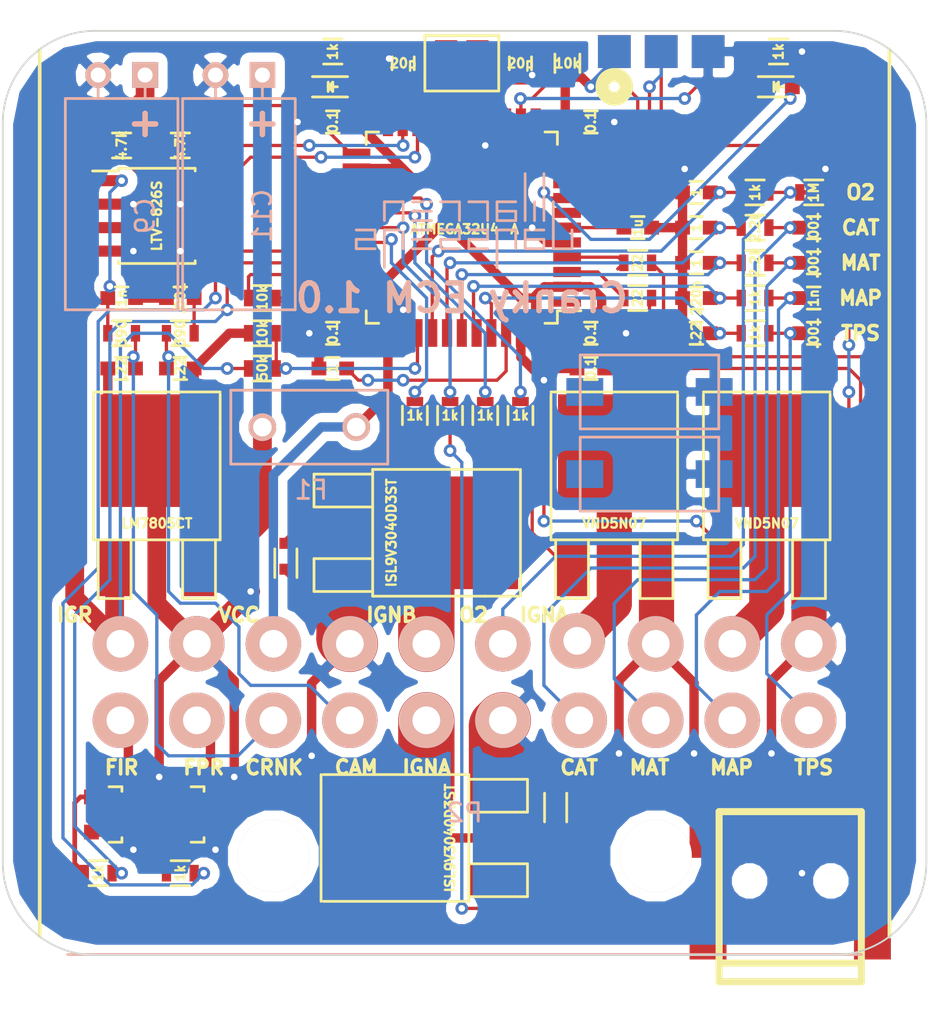
<source format=kicad_pcb>
(kicad_pcb (version 4) (host pcbnew 4.0.1-stable)
  (layers (0 F.Cu signal) (31 B.Cu signal) (34 B.Paste user) (35 F.Paste user) (36 B.SilkS user) (37 F.SilkS user) (38 B.Mask user) (39 F.Mask user) (44 Edge.Cuts user))
  (net 0 "")
  (net 1 DGND)
  (net 2 /CRNK)
  (net 3 /CAM)
  (net 4 /TPS)
  (net 5 "Net-(C4-Pad1)")
  (net 6 "Net-(C5-Pad1)")
  (net 7 /ADC0)
  (net 8 /UCAP)
  (net 9 VCC)
  (net 10 "Net-(C16-Pad1)")
  (net 11 /MAP)
  (net 12 /MAT)
  (net 13 /ADC1)
  (net 14 /ADC4)
  (net 15 /ADC5)
  (net 16 /ADC6)
  (net 17 /VBUS)
  (net 18 /UDM)
  (net 19 /UDP)
  (net 20 /IGNA)
  (net 21 /IGNB)
  (net 22 "Net-(D3-Pad1)")
  (net 23 "Net-(D4-Pad1)")
  (net 24 "Net-(D4-Pad2)")
  (net 25 /IGR)
  (net 26 //RST)
  (net 27 /SCLK)
  (net 28 /MISO)
  (net 29 /MOSI)
  (net 30 /FPR)
  (net 31 /O2)
  (net 32 /FIR)
  (net 33 "Net-(Q1-Pad1)")
  (net 34 "Net-(Q2-Pad1)")
  (net 35 "Net-(Q3-Pad1)")
  (net 36 "Net-(Q4-Pad1)")
  (net 37 /D+)
  (net 38 /D-)
  (net 39 /PC6)
  (net 40 /PC7)
  (net 41 //HWB)
  (net 42 /PB4)
  (net 43 /PB5)
  (net 44 /INT2)
  (net 45 /INT3)
  (net 46 /ADC7)
  (net 47 /INJB)
  (net 48 /INJA)
  (net 49 "Net-(Q5-PadG)")
  (net 50 "Net-(Q6-PadG)")
  (net 51 /CAT)
  (net 52 "Net-(C11-Pad1)")
  (net 53 /PD6)
  (net 54 /PD7)
  (net 55 /X-)
  (net 56 /X+)
  (module DigitalCave:AMP794106 (layer B.Cu) (at 70 107.3 180)
    (fp_text reference P2 (at 0 -5 180) (layer B.SilkS) (effects (justify mirror)))
    (fp_text value AMP794106)
    (pad 10 thru_hole circle (at -18.631 4.14 180) (size 3 3) (drill 1.5) (layers *.Cu *.Mask B.SilkS) (net 1 DGND))
    (pad 9 thru_hole circle (at -14.491 4.14 180) (size 3 3) (drill 1.5) (layers *.Cu *.Mask B.SilkS) (net 47 /INJB))
    (pad 8 thru_hole circle (at -10.351 4.14 180) (size 3 3) (drill 1.5) (layers *.Cu *.Mask B.SilkS) (net 1 DGND))
    (pad 7 thru_hole circle (at -6.1 4.3 180) (size 3 3) (drill 1.5) (layers *.Cu *.Mask B.SilkS) (net 48 /INJA))
    (pad 6 thru_hole circle (at -2.07 4.14 180) (size 3 3) (drill 1.5) (layers *.Cu *.Mask B.SilkS) (net 31 /O2))
    (pad 16 thru_hole circle (at -2.07 0 180) (size 3 3) (drill 1.5) (layers *.Cu *.Mask B.SilkS) (net 1 DGND))
    (pad 17 thru_hole circle (at -6.21 0 180) (size 3 3) (drill 1.5) (layers *.Cu *.Mask B.SilkS) (net 51 /CAT))
    (pad 18 thru_hole circle (at -10.351 0 180) (size 3 3) (drill 1.5) (layers *.Cu *.Mask B.SilkS) (net 12 /MAT))
    (pad 19 thru_hole circle (at -14.491 0 180) (size 3 3) (drill 1.5) (layers *.Cu *.Mask B.SilkS) (net 11 /MAP))
    (pad 20 thru_hole circle (at -18.631 0 180) (size 3 3) (drill 1.5) (layers *.Cu *.Mask B.SilkS) (net 4 /TPS))
    (pad 15 thru_hole circle (at 2.07 0 180) (size 3 3) (drill 1.5) (layers *.Cu *.Mask B.SilkS) (net 20 /IGNA))
    (pad 14 thru_hole circle (at 6.21 0 180) (size 3 3) (drill 1.5) (layers *.Cu *.Mask B.SilkS) (net 3 /CAM))
    (pad 13 thru_hole circle (at 10.351 0 180) (size 3 3) (drill 1.5) (layers *.Cu *.Mask B.SilkS) (net 2 /CRNK))
    (pad 12 thru_hole circle (at 14.491 0 180) (size 3 3) (drill 1.5) (layers *.Cu *.Mask B.SilkS) (net 30 /FPR))
    (pad 11 thru_hole circle (at 18.631 0 180) (size 3 3) (drill 1.5) (layers *.Cu *.Mask B.SilkS) (net 32 /FIR))
    (pad 1 thru_hole circle (at 18.631 4.14 180) (size 3 3) (drill 1.5) (layers *.Cu *.Mask B.SilkS) (net 25 /IGR))
    (pad 2 thru_hole circle (at 14.491 4.14 180) (size 3 3) (drill 1.5) (layers *.Cu *.Mask B.SilkS) (net 1 DGND))
    (pad 3 thru_hole circle (at 10.351 4.14 180) (size 3 3) (drill 1.5) (layers *.Cu *.Mask B.SilkS) (net 9 VCC))
    (pad 4 thru_hole circle (at 6.21 4.14 180) (size 3 3) (drill 1.5) (layers *.Cu *.Mask B.SilkS) (net 1 DGND))
    (pad 5 thru_hole circle (at 2.07 4.14 180) (size 3 3) (drill 1.5) (layers *.Cu *.Mask B.SilkS) (net 21 /IGNB))
    (pad "" np_thru_hole circle (at 10.351 -7.34 180) (size 3.9 3.9) (drill 3.9) (layers *.Cu *.Mask B.SilkS))
    (pad "" np_thru_hole circle (at -10.351 -7.34 180) (size 3.9 3.9) (drill 3.9) (layers *.Cu *.Mask B.SilkS))
  )
  (module Fuse_Holders_and_Fuses:Fuse_TE5_Littlefuse-395Series (layer B.Cu) (at 61.595 91.44)
    (fp_text reference F1 (at 0.09906 3.40106) (layer B.SilkS) (effects (justify mirror)))
    (fp_text value 2A)
    (pad 1 thru_hole circle (at -2.54 0) (size 1.50114 1.50114) (drill 1.00076) (layers *.Cu *.Mask B.SilkS) (net 52 "Net-(C11-Pad1)"))
    (pad 2 thru_hole circle (at 2.54 -0.01016) (size 1.50114 1.50114) (drill 1.00076) (layers *.Cu *.Mask B.SilkS) (net 9 VCC))
  )
  (module DigitalCave:ISP_EDGE (layer F.Cu) (at 80.645 68.58 180)
    (fp_text reference P1 hide)
    (fp_text value ISP hide)
    (pad 5 smd rect (at -2.54 -2.54 180) (size 1.778 1.778) (layers F.Cu F.Paste F.Mask) (net 26 //RST))
    (pad 3 smd rect (at 0 -2.54 180) (size 1.778 1.778) (layers F.Cu F.Paste F.Mask) (net 27 /SCLK))
    (pad 1 smd rect (at 2.54 -2.54 180) (size 1.778 1.778) (layers F.Cu F.Paste F.Mask) (net 28 /MISO))
    (pad 6 smd rect (at -2.54 -2.54 180) (size 1.778 1.778) (layers B.Cu B.Paste B.Mask) (net 1 DGND))
    (pad 4 smd rect (at 0 -2.54 180) (size 1.778 1.778) (layers B.Cu B.Paste B.Mask) (net 29 /MOSI))
    (pad 2 smd rect (at 2.54 -2.54 180) (size 1.778 1.778) (layers B.Cu B.Paste B.Mask) (net 9 VCC))
  )
  (module TO_SOT_Packages_SMD:SOT-23 (layer F.Cu) (at 55.245 112.395 270)
    (fp_text reference Q1 hide)
    (fp_text value 2N7002P hide)
    (pad 1 smd rect (at -0.95 1.00076 270) (size 0.8001 0.8001) (layers F.Cu F.Paste F.Mask) (net 33 "Net-(Q1-Pad1)"))
    (pad 2 smd rect (at 0.95 1.00076 270) (size 0.8001 0.8001) (layers F.Cu F.Paste F.Mask) (net 1 DGND))
    (pad 3 smd rect (at 0 -0.99822 270) (size 0.8001 0.8001) (layers F.Cu F.Paste F.Mask) (net 30 /FPR))
  )
  (module TO_SOT_Packages_SMD:SOT-23 (layer F.Cu) (at 50.8 112.395 270)
    (fp_text reference Q2 hide)
    (fp_text value 2N7002P hide)
    (pad 1 smd rect (at -0.95 1.00076 270) (size 0.8001 0.8001) (layers F.Cu F.Paste F.Mask) (net 34 "Net-(Q2-Pad1)"))
    (pad 2 smd rect (at 0.95 1.00076 270) (size 0.8001 0.8001) (layers F.Cu F.Paste F.Mask) (net 1 DGND))
    (pad 3 smd rect (at 0 -0.99822 270) (size 0.8001 0.8001) (layers F.Cu F.Paste F.Mask) (net 32 /FIR))
  )
  (module TO_SOT_Packages_SMD:TO-252-2Lead (layer F.Cu) (at 71.755 113.665 90)
    (fp_text reference Q3 hide)
    (fp_text value ISL9V3040D3ST (at 0 -2.54 270) (layer F.SilkS) (effects (font (size 0.508 0.508) (thickness 0.127))))
    (pad 1 smd rect (at -2.286 0 90) (size 1.651 3.048) (layers F.Cu F.Paste F.Mask) (net 35 "Net-(Q3-Pad1)"))
    (pad 2 smd rect (at 0 -6.35 90) (size 6.096 6.096) (layers F.Cu F.Paste F.Mask) (net 20 /IGNA))
    (pad 3 smd rect (at 2.286 0 90) (size 1.651 3.048) (layers F.Cu F.Paste F.Mask) (net 1 DGND))
  )
  (module TO_SOT_Packages_SMD:TO-252-2Lead (layer F.Cu) (at 63.5 97.155 270)
    (fp_text reference Q4 hide)
    (fp_text value ISL9V3040D3ST (at 0 -2.54 270) (layer F.SilkS) (effects (font (size 0.508 0.508) (thickness 0.127))))
    (pad 1 smd rect (at -2.286 0 270) (size 1.651 3.048) (layers F.Cu F.Paste F.Mask) (net 36 "Net-(Q4-Pad1)"))
    (pad 2 smd rect (at 0 -6.35 270) (size 6.096 6.096) (layers F.Cu F.Paste F.Mask) (net 21 /IGNB))
    (pad 3 smd rect (at 2.286 0 270) (size 1.651 3.048) (layers F.Cu F.Paste F.Mask) (net 1 DGND))
  )
  (module TO_SOT_Packages_SMD:TO-252-2Lead (layer F.Cu) (at 78.105 99.06)
    (fp_text reference Q5 hide)
    (fp_text value VND5N07 (at 0 -2.413) (layer F.SilkS) (effects (font (size 0.508 0.508) (thickness 0.127))))
    (pad G smd rect (at -2.286 0) (size 1.651 3.048) (layers F.Cu F.Paste F.Mask) (net 49 "Net-(Q5-PadG)"))
    (pad D smd rect (at 0 -6.35) (size 6.096 6.096) (layers F.Cu F.Paste F.Mask) (net 48 /INJA))
    (pad S smd rect (at 2.286 0) (size 1.651 3.048) (layers F.Cu F.Paste F.Mask) (net 1 DGND))
  )
  (module TO_SOT_Packages_SMD:TO-252-2Lead (layer F.Cu) (at 86.36 99.06)
    (fp_text reference Q6 hide)
    (fp_text value VND5N07 (at 0 -2.413) (layer F.SilkS) (effects (font (size 0.508 0.508) (thickness 0.127))))
    (pad G smd rect (at -2.286 0) (size 1.651 3.048) (layers F.Cu F.Paste F.Mask) (net 50 "Net-(Q6-PadG)"))
    (pad D smd rect (at 0 -6.35) (size 6.096 6.096) (layers F.Cu F.Paste F.Mask) (net 47 /INJB))
    (pad S smd rect (at 2.286 0) (size 1.651 3.048) (layers F.Cu F.Paste F.Mask) (net 1 DGND))
  )
  (module Housings_QFP:TQFP-44_10x10mm_Pitch0.8mm (layer F.Cu) (at 69.85 80.645 180)
    (fp_text reference U1 hide)
    (fp_text value ATMEGA32U4-A (at -0.15 -0.085 180) (layer F.SilkS) (effects (font (size 0.508 0.508) (thickness 0.127))))
    (pad 1 smd rect (at -5.7 -4 180) (size 1.5 0.55) (layers F.Cu F.Paste F.Mask))
    (pad 2 smd rect (at -5.7 -3.2 180) (size 1.5 0.55) (layers F.Cu F.Paste F.Mask) (net 9 VCC))
    (pad 3 smd rect (at -5.7 -2.4 180) (size 1.5 0.55) (layers F.Cu F.Paste F.Mask) (net 38 /D-))
    (pad 4 smd rect (at -5.7 -1.6 180) (size 1.5 0.55) (layers F.Cu F.Paste F.Mask) (net 37 /D+))
    (pad 5 smd rect (at -5.7 -0.8 180) (size 1.5 0.55) (layers F.Cu F.Paste F.Mask) (net 1 DGND))
    (pad 6 smd rect (at -5.7 0 180) (size 1.5 0.55) (layers F.Cu F.Paste F.Mask) (net 8 /UCAP))
    (pad 7 smd rect (at -5.7 0.8 180) (size 1.5 0.55) (layers F.Cu F.Paste F.Mask) (net 17 /VBUS))
    (pad 8 smd rect (at -5.7 1.6 180) (size 1.5 0.55) (layers F.Cu F.Paste F.Mask) (net 24 "Net-(D4-Pad2)"))
    (pad 9 smd rect (at -5.7 2.4 180) (size 1.5 0.55) (layers F.Cu F.Paste F.Mask) (net 27 /SCLK))
    (pad 10 smd rect (at -5.7 3.2 180) (size 1.5 0.55) (layers F.Cu F.Paste F.Mask) (net 29 /MOSI))
    (pad 11 smd rect (at -5.7 4 180) (size 1.5 0.55) (layers F.Cu F.Paste F.Mask) (net 28 /MISO))
    (pad 12 smd rect (at -4 5.7 270) (size 1.5 0.55) (layers F.Cu F.Paste F.Mask))
    (pad 13 smd rect (at -3.2 5.7 270) (size 1.5 0.55) (layers F.Cu F.Paste F.Mask) (net 26 //RST))
    (pad 14 smd rect (at -2.4 5.7 270) (size 1.5 0.55) (layers F.Cu F.Paste F.Mask) (net 9 VCC))
    (pad 15 smd rect (at -1.6 5.7 270) (size 1.5 0.55) (layers F.Cu F.Paste F.Mask) (net 1 DGND))
    (pad 16 smd rect (at -0.8 5.7 270) (size 1.5 0.55) (layers F.Cu F.Paste F.Mask) (net 55 /X-))
    (pad 17 smd rect (at 0 5.7 270) (size 1.5 0.55) (layers F.Cu F.Paste F.Mask) (net 56 /X+))
    (pad 18 smd rect (at 0.8 5.7 270) (size 1.5 0.55) (layers F.Cu F.Paste F.Mask))
    (pad 19 smd rect (at 1.6 5.7 270) (size 1.5 0.55) (layers F.Cu F.Paste F.Mask))
    (pad 20 smd rect (at 2.4 5.7 270) (size 1.5 0.55) (layers F.Cu F.Paste F.Mask) (net 44 /INT2))
    (pad 21 smd rect (at 3.2 5.7 270) (size 1.5 0.55) (layers F.Cu F.Paste F.Mask) (net 45 /INT3))
    (pad 22 smd rect (at 4 5.7 270) (size 1.5 0.55) (layers F.Cu F.Paste F.Mask))
    (pad 23 smd rect (at 5.7 4 180) (size 1.5 0.55) (layers F.Cu F.Paste F.Mask) (net 1 DGND))
    (pad 24 smd rect (at 5.7 3.2 180) (size 1.5 0.55) (layers F.Cu F.Paste F.Mask) (net 9 VCC))
    (pad 25 smd rect (at 5.7 2.4 180) (size 1.5 0.55) (layers F.Cu F.Paste F.Mask))
    (pad 26 smd rect (at 5.7 1.6 180) (size 1.5 0.55) (layers F.Cu F.Paste F.Mask) (net 53 /PD6))
    (pad 27 smd rect (at 5.7 0.8 180) (size 1.5 0.55) (layers F.Cu F.Paste F.Mask) (net 54 /PD7))
    (pad 28 smd rect (at 5.7 0 180) (size 1.5 0.55) (layers F.Cu F.Paste F.Mask) (net 42 /PB4))
    (pad 29 smd rect (at 5.7 -0.8 180) (size 1.5 0.55) (layers F.Cu F.Paste F.Mask) (net 43 /PB5))
    (pad 30 smd rect (at 5.7 -1.6 180) (size 1.5 0.55) (layers F.Cu F.Paste F.Mask))
    (pad 31 smd rect (at 5.7 -2.4 180) (size 1.5 0.55) (layers F.Cu F.Paste F.Mask) (net 39 /PC6))
    (pad 32 smd rect (at 5.7 -3.2 180) (size 1.5 0.55) (layers F.Cu F.Paste F.Mask) (net 40 /PC7))
    (pad 33 smd rect (at 5.7 -4 180) (size 1.5 0.55) (layers F.Cu F.Paste F.Mask) (net 41 //HWB))
    (pad 34 smd rect (at 4 -5.7 270) (size 1.5 0.55) (layers F.Cu F.Paste F.Mask) (net 9 VCC))
    (pad 35 smd rect (at 3.2 -5.7 270) (size 1.5 0.55) (layers F.Cu F.Paste F.Mask) (net 1 DGND))
    (pad 36 smd rect (at 2.4 -5.7 270) (size 1.5 0.55) (layers F.Cu F.Paste F.Mask) (net 46 /ADC7))
    (pad 37 smd rect (at 1.6 -5.7 270) (size 1.5 0.55) (layers F.Cu F.Paste F.Mask) (net 16 /ADC6))
    (pad 38 smd rect (at 0.8 -5.7 270) (size 1.5 0.55) (layers F.Cu F.Paste F.Mask) (net 15 /ADC5))
    (pad 39 smd rect (at 0 -5.7 270) (size 1.5 0.55) (layers F.Cu F.Paste F.Mask) (net 14 /ADC4))
    (pad 40 smd rect (at -0.8 -5.7 270) (size 1.5 0.55) (layers F.Cu F.Paste F.Mask) (net 13 /ADC1))
    (pad 41 smd rect (at -1.6 -5.7 270) (size 1.5 0.55) (layers F.Cu F.Paste F.Mask) (net 7 /ADC0))
    (pad 42 smd rect (at -2.4 -5.7 270) (size 1.5 0.55) (layers F.Cu F.Paste F.Mask) (net 10 "Net-(C16-Pad1)"))
    (pad 43 smd rect (at -3.2 -5.7 270) (size 1.5 0.55) (layers F.Cu F.Paste F.Mask) (net 1 DGND))
    (pad 44 smd rect (at -4 -5.7 270) (size 1.5 0.55) (layers F.Cu F.Paste F.Mask) (net 9 VCC))
  )
  (module Housings_SOIC:SOIC-8_3.9x4.9mm_Pitch1.27mm (layer F.Cu) (at 53.34 80.01)
    (fp_text reference U2 hide)
    (fp_text value LTV-826S (at 0 0 90) (layer F.SilkS) (effects (font (size 0.508 0.508) (thickness 0.127))))
    (pad 1 smd rect (at -2.7 -1.905) (size 1.55 0.6) (layers F.Cu F.Paste F.Mask) (net 5 "Net-(C4-Pad1)"))
    (pad 2 smd rect (at -2.7 -0.635) (size 1.55 0.6) (layers F.Cu F.Paste F.Mask) (net 1 DGND))
    (pad 3 smd rect (at -2.7 0.635) (size 1.55 0.6) (layers F.Cu F.Paste F.Mask) (net 6 "Net-(C5-Pad1)"))
    (pad 4 smd rect (at -2.7 1.905) (size 1.55 0.6) (layers F.Cu F.Paste F.Mask) (net 1 DGND))
    (pad 5 smd rect (at 2.7 1.905) (size 1.55 0.6) (layers F.Cu F.Paste F.Mask) (net 1 DGND))
    (pad 6 smd rect (at 2.7 0.635) (size 1.55 0.6) (layers F.Cu F.Paste F.Mask) (net 44 /INT2))
    (pad 7 smd rect (at 2.7 -0.635) (size 1.55 0.6) (layers F.Cu F.Paste F.Mask) (net 1 DGND))
    (pad 8 smd rect (at 2.7 -1.905) (size 1.55 0.6) (layers F.Cu F.Paste F.Mask) (net 45 /INT3))
  )
  (module TO_SOT_Packages_SMD:TO-252-2Lead (layer F.Cu) (at 53.34 99.06)
    (fp_text reference U3 hide)
    (fp_text value LM7805CT (at 0 -2.413) (layer F.SilkS) (effects (font (size 0.508 0.508) (thickness 0.127))))
    (pad 1 smd rect (at -2.286 0) (size 1.651 3.048) (layers F.Cu F.Paste F.Mask) (net 25 /IGR))
    (pad 2 smd rect (at 0 -6.35) (size 6.096 6.096) (layers F.Cu F.Paste F.Mask) (net 1 DGND))
    (pad 3 smd rect (at 2.286 0) (size 1.651 3.048) (layers F.Cu F.Paste F.Mask) (net 52 "Net-(C11-Pad1)"))
  )
  (module Capacitors_SMD:C_0603 (layer F.Cu) (at 51.435 88.265 180)
    (fp_text reference C1 hide)
    (fp_text value .22 (at 0 0 270) (layer F.SilkS) (effects (font (size 0.508 0.508) (thickness 0.127))))
    (pad 1 smd rect (at -0.75 0 180) (size 0.8 0.75) (layers F.Cu F.Paste F.Mask) (net 2 /CRNK))
    (pad 2 smd rect (at 0.75 0 180) (size 0.8 0.75) (layers F.Cu F.Paste F.Mask) (net 1 DGND))
  )
  (module Capacitors_SMD:C_0603 (layer F.Cu) (at 54.61 88.265)
    (fp_text reference C2 hide)
    (fp_text value .22 (at 0 0 90) (layer F.SilkS) (effects (font (size 0.508 0.508) (thickness 0.127))))
    (pad 1 smd rect (at -0.75 0) (size 0.8 0.75) (layers F.Cu F.Paste F.Mask) (net 3 /CAM))
    (pad 2 smd rect (at 0.75 0) (size 0.8 0.75) (layers F.Cu F.Paste F.Mask) (net 1 DGND))
  )
  (module Capacitors_SMD:C_0603 (layer F.Cu) (at 88.9 86.36)
    (fp_text reference C3 hide)
    (fp_text value .001 (at 0 0 90) (layer F.SilkS) (effects (font (size 0.508 0.508) (thickness 0.127))))
    (pad 1 smd rect (at -0.75 0) (size 0.8 0.75) (layers F.Cu F.Paste F.Mask) (net 4 /TPS))
    (pad 2 smd rect (at 0.75 0) (size 0.8 0.75) (layers F.Cu F.Paste F.Mask) (net 1 DGND))
  )
  (module Capacitors_SMD:C_0603 (layer F.Cu) (at 51.435 84.455)
    (fp_text reference C4 hide)
    (fp_text value 1n (at 0 0 90) (layer F.SilkS) (effects (font (size 0.508 0.508) (thickness 0.127))))
    (pad 1 smd rect (at -0.75 0) (size 0.8 0.75) (layers F.Cu F.Paste F.Mask) (net 5 "Net-(C4-Pad1)"))
    (pad 2 smd rect (at 0.75 0) (size 0.8 0.75) (layers F.Cu F.Paste F.Mask) (net 1 DGND))
  )
  (module Capacitors_SMD:C_0603 (layer F.Cu) (at 54.61 84.455 180)
    (fp_text reference C5 hide)
    (fp_text value .001 (at 0 0 270) (layer F.SilkS) (effects (font (size 0.508 0.508) (thickness 0.127))))
    (pad 1 smd rect (at -0.75 0 180) (size 0.8 0.75) (layers F.Cu F.Paste F.Mask) (net 6 "Net-(C5-Pad1)"))
    (pad 2 smd rect (at 0.75 0 180) (size 0.8 0.75) (layers F.Cu F.Paste F.Mask) (net 1 DGND))
  )
  (module Capacitors_SMD:C_0603 (layer F.Cu) (at 82.55 86.36 180)
    (fp_text reference C6 hide)
    (fp_text value .22 (at 0 0 270) (layer F.SilkS) (effects (font (size 0.508 0.508) (thickness 0.127))))
    (pad 1 smd rect (at -0.75 0 180) (size 0.8 0.75) (layers F.Cu F.Paste F.Mask) (net 7 /ADC0))
    (pad 2 smd rect (at 0.75 0 180) (size 0.8 0.75) (layers F.Cu F.Paste F.Mask) (net 1 DGND))
  )
  (module Capacitors_SMD:C_0603 (layer F.Cu) (at 73.025 71.755 90)
    (fp_text reference C7 hide)
    (fp_text value 20p (at 0 0 180) (layer F.SilkS) (effects (font (size 0.508 0.508) (thickness 0.127))))
    (pad 1 smd rect (at -0.75 0 90) (size 0.8 0.75) (layers F.Cu F.Paste F.Mask) (net 1 DGND))
    (pad 2 smd rect (at 0.75 0 90) (size 0.8 0.75) (layers F.Cu F.Paste F.Mask) (net 55 /X-))
  )
  (module Capacitors_SMD:C_0603 (layer F.Cu) (at 79.375 80.645)
    (fp_text reference C8 hide)
    (fp_text value 1u (at 0 0 90) (layer F.SilkS) (effects (font (size 0.508 0.508) (thickness 0.127))))
    (pad 1 smd rect (at -0.75 0) (size 0.8 0.75) (layers F.Cu F.Paste F.Mask) (net 8 /UCAP))
    (pad 2 smd rect (at 0.75 0) (size 0.8 0.75) (layers F.Cu F.Paste F.Mask) (net 1 DGND))
  )
  (module Capacitors_SMD:C_0603 (layer F.Cu) (at 76.835 74.93 180)
    (fp_text reference C12 hide)
    (fp_text value 0.1 (at 0 0 270) (layer F.SilkS) (effects (font (size 0.508 0.508) (thickness 0.127))))
    (pad 1 smd rect (at -0.75 0 180) (size 0.8 0.75) (layers F.Cu F.Paste F.Mask) (net 1 DGND))
    (pad 2 smd rect (at 0.75 0 180) (size 0.8 0.75) (layers F.Cu F.Paste F.Mask) (net 9 VCC))
  )
  (module Capacitors_SMD:C_0603 (layer F.Cu) (at 62.865 86.36)
    (fp_text reference C13 hide)
    (fp_text value 0.1 (at 0 0 270) (layer F.SilkS) (effects (font (size 0.508 0.508) (thickness 0.127))))
    (pad 1 smd rect (at -0.75 0) (size 0.8 0.75) (layers F.Cu F.Paste F.Mask) (net 1 DGND))
    (pad 2 smd rect (at 0.75 0) (size 0.8 0.75) (layers F.Cu F.Paste F.Mask) (net 9 VCC))
  )
  (module Capacitors_SMD:C_0603 (layer F.Cu) (at 62.865 74.93)
    (fp_text reference C14 hide)
    (fp_text value 0.1 (at 0 0 90) (layer F.SilkS) (effects (font (size 0.508 0.508) (thickness 0.127))))
    (pad 1 smd rect (at -0.75 0) (size 0.8 0.75) (layers F.Cu F.Paste F.Mask) (net 1 DGND))
    (pad 2 smd rect (at 0.75 0) (size 0.8 0.75) (layers F.Cu F.Paste F.Mask) (net 9 VCC))
  )
  (module Capacitors_SMD:C_0603 (layer F.Cu) (at 76.835 88.265 180)
    (fp_text reference C15 hide)
    (fp_text value 0.1 (at 0 0 450) (layer F.SilkS) (effects (font (size 0.508 0.508) (thickness 0.127))))
    (pad 1 smd rect (at -0.75 0 180) (size 0.8 0.75) (layers F.Cu F.Paste F.Mask) (net 1 DGND))
    (pad 2 smd rect (at 0.75 0 180) (size 0.8 0.75) (layers F.Cu F.Paste F.Mask) (net 9 VCC))
  )
  (module Capacitors_SMD:C_0603 (layer F.Cu) (at 62.865 88.265 180)
    (fp_text reference C16 hide)
    (fp_text value 1 (at 0 0 270) (layer F.SilkS) (effects (font (size 0.508 0.508) (thickness 0.127))))
    (pad 1 smd rect (at -0.75 0 180) (size 0.8 0.75) (layers F.Cu F.Paste F.Mask) (net 10 "Net-(C16-Pad1)"))
    (pad 2 smd rect (at 0.75 0 180) (size 0.8 0.75) (layers F.Cu F.Paste F.Mask) (net 1 DGND))
  )
  (module Capacitors_SMD:C_0603 (layer F.Cu) (at 76.835 86.36 180)
    (fp_text reference C17 hide)
    (fp_text value 0.1 (at 0 0 270) (layer F.SilkS) (effects (font (size 0.508 0.508) (thickness 0.127))))
    (pad 1 smd rect (at -0.75 0 180) (size 0.8 0.75) (layers F.Cu F.Paste F.Mask) (net 1 DGND))
    (pad 2 smd rect (at 0.75 0 180) (size 0.8 0.75) (layers F.Cu F.Paste F.Mask) (net 9 VCC))
  )
  (module Capacitors_SMD:C_0603 (layer F.Cu) (at 88.9 84.455)
    (fp_text reference C18 hide)
    (fp_text value 1n (at 0 0 90) (layer F.SilkS) (effects (font (size 0.508 0.508) (thickness 0.127))))
    (pad 1 smd rect (at -0.75 0) (size 0.8 0.75) (layers F.Cu F.Paste F.Mask) (net 11 /MAP))
    (pad 2 smd rect (at 0.75 0) (size 0.8 0.75) (layers F.Cu F.Paste F.Mask) (net 1 DGND))
  )
  (module Capacitors_SMD:C_0603 (layer F.Cu) (at 88.9 80.645)
    (fp_text reference C19 hide)
    (fp_text value .001 (at 0 0 90) (layer F.SilkS) (effects (font (size 0.508 0.508) (thickness 0.127))))
    (pad 1 smd rect (at -0.75 0) (size 0.8 0.75) (layers F.Cu F.Paste F.Mask) (net 51 /CAT))
    (pad 2 smd rect (at 0.75 0) (size 0.8 0.75) (layers F.Cu F.Paste F.Mask) (net 1 DGND))
  )
  (module Capacitors_SMD:C_0603 (layer F.Cu) (at 88.9 82.55)
    (fp_text reference C20 hide)
    (fp_text value .001 (at 0 0 90) (layer F.SilkS) (effects (font (size 0.508 0.508) (thickness 0.127))))
    (pad 1 smd rect (at -0.75 0) (size 0.8 0.75) (layers F.Cu F.Paste F.Mask) (net 12 /MAT))
    (pad 2 smd rect (at 0.75 0) (size 0.8 0.75) (layers F.Cu F.Paste F.Mask) (net 1 DGND))
  )
  (module Capacitors_SMD:C_0603 (layer F.Cu) (at 82.55 84.455 180)
    (fp_text reference C21 hide)
    (fp_text value 220n (at 0 0 270) (layer F.SilkS) (effects (font (size 0.508 0.508) (thickness 0.127))))
    (pad 1 smd rect (at -0.75 0 180) (size 0.8 0.75) (layers F.Cu F.Paste F.Mask) (net 13 /ADC1))
    (pad 2 smd rect (at 0.75 0 180) (size 0.8 0.75) (layers F.Cu F.Paste F.Mask) (net 1 DGND))
  )
  (module Capacitors_SMD:C_0603 (layer F.Cu) (at 82.55 80.645 180)
    (fp_text reference C22 hide)
    (fp_text value 1 (at 0 0 270) (layer F.SilkS) (effects (font (size 0.508 0.508) (thickness 0.127))))
    (pad 1 smd rect (at -0.75 0 180) (size 0.8 0.75) (layers F.Cu F.Paste F.Mask) (net 15 /ADC5))
    (pad 2 smd rect (at 0.75 0 180) (size 0.8 0.75) (layers F.Cu F.Paste F.Mask) (net 1 DGND))
  )
  (module Capacitors_SMD:C_0603 (layer F.Cu) (at 82.55 82.55 180)
    (fp_text reference C23 hide)
    (fp_text value 1 (at 0 0 270) (layer F.SilkS) (effects (font (size 0.508 0.508) (thickness 0.127))))
    (pad 1 smd rect (at -0.75 0 180) (size 0.8 0.75) (layers F.Cu F.Paste F.Mask) (net 14 /ADC4))
    (pad 2 smd rect (at 0.75 0 180) (size 0.8 0.75) (layers F.Cu F.Paste F.Mask) (net 1 DGND))
  )
  (module Capacitors_SMD:C_0603 (layer F.Cu) (at 82.55 78.74 180)
    (fp_text reference C24 hide)
    (fp_text value 1 (at 0 0 270) (layer F.SilkS) (effects (font (size 0.508 0.508) (thickness 0.127))))
    (pad 1 smd rect (at -0.75 0 180) (size 0.8 0.75) (layers F.Cu F.Paste F.Mask) (net 16 /ADC6))
    (pad 2 smd rect (at 0.75 0 180) (size 0.8 0.75) (layers F.Cu F.Paste F.Mask) (net 1 DGND))
  )
  (module LEDs:LED-0603 (layer F.Cu) (at 62.865 73.025)
    (fp_text reference D3 hide)
    (fp_text value Led_Small hide)
    (pad 2 smd rect (at 0.7493 0 180) (size 0.79756 0.79756) (layers F.Cu F.Paste F.Mask) (net 9 VCC))
    (pad 1 smd rect (at -0.7493 0 180) (size 0.79756 0.79756) (layers F.Cu F.Paste F.Mask) (net 22 "Net-(D3-Pad1)"))
  )
  (module LEDs:LED-0603 (layer F.Cu) (at 86.995 73.025)
    (fp_text reference D4 hide)
    (fp_text value Led_Small hide)
    (pad 2 smd rect (at 0.7493 0 180) (size 0.79756 0.79756) (layers F.Cu F.Paste F.Mask) (net 24 "Net-(D4-Pad2)"))
    (pad 1 smd rect (at -0.7493 0 180) (size 0.79756 0.79756) (layers F.Cu F.Paste F.Mask) (net 23 "Net-(D4-Pad1)"))
  )
  (module Resistors_SMD:R_0603 (layer F.Cu) (at 51.435 86.36)
    (fp_text reference R1 hide)
    (fp_text value 390 (at 0 0 90) (layer F.SilkS) (effects (font (size 0.508 0.508) (thickness 0.127))))
    (pad 1 smd rect (at -0.75 0) (size 0.5 0.9) (layers F.Cu F.Paste F.Mask) (net 5 "Net-(C4-Pad1)"))
    (pad 2 smd rect (at 0.75 0) (size 0.5 0.9) (layers F.Cu F.Paste F.Mask) (net 2 /CRNK))
  )
  (module Resistors_SMD:R_0603 (layer F.Cu) (at 54.61 86.36 180)
    (fp_text reference R2 hide)
    (fp_text value 390 (at 0 0 270) (layer F.SilkS) (effects (font (size 0.508 0.508) (thickness 0.127))))
    (pad 1 smd rect (at -0.75 0 180) (size 0.5 0.9) (layers F.Cu F.Paste F.Mask) (net 6 "Net-(C5-Pad1)"))
    (pad 2 smd rect (at 0.75 0 180) (size 0.5 0.9) (layers F.Cu F.Paste F.Mask) (net 3 /CAM))
  )
  (module Resistors_SMD:R_0603 (layer F.Cu) (at 85.725 86.36)
    (fp_text reference R3 hide)
    (fp_text value 1k (at 0 0 90) (layer F.SilkS) (effects (font (size 0.508 0.508) (thickness 0.127))))
    (pad 1 smd rect (at -0.75 0) (size 0.5 0.9) (layers F.Cu F.Paste F.Mask) (net 7 /ADC0))
    (pad 2 smd rect (at 0.75 0) (size 0.5 0.9) (layers F.Cu F.Paste F.Mask) (net 4 /TPS))
  )
  (module Resistors_SMD:R_0603 (layer F.Cu) (at 75.565 71.755 270)
    (fp_text reference R4 hide)
    (fp_text value 10k (at 0 0 360) (layer F.SilkS) (effects (font (size 0.508 0.508) (thickness 0.127))))
    (pad 1 smd rect (at -0.75 0 270) (size 0.5 0.9) (layers F.Cu F.Paste F.Mask) (net 26 //RST))
    (pad 2 smd rect (at 0.75 0 270) (size 0.5 0.9) (layers F.Cu F.Paste F.Mask) (net 9 VCC))
  )
  (module Resistors_SMD:R_0603 (layer F.Cu) (at 79.375 82.55 180)
    (fp_text reference R5 hide)
    (fp_text value 22 (at 0 0 270) (layer F.SilkS) (effects (font (size 0.508 0.508) (thickness 0.127))))
    (pad 1 smd rect (at -0.75 0 180) (size 0.5 0.9) (layers F.Cu F.Paste F.Mask) (net 19 /UDP))
    (pad 2 smd rect (at 0.75 0 180) (size 0.5 0.9) (layers F.Cu F.Paste F.Mask) (net 37 /D+))
  )
  (module Resistors_SMD:R_0603 (layer F.Cu) (at 79.375 84.455 180)
    (fp_text reference R6 hide)
    (fp_text value 22 (at 0 0 270) (layer F.SilkS) (effects (font (size 0.508 0.508) (thickness 0.127))))
    (pad 1 smd rect (at -0.75 0 180) (size 0.5 0.9) (layers F.Cu F.Paste F.Mask) (net 18 /UDM))
    (pad 2 smd rect (at 0.75 0 180) (size 0.5 0.9) (layers F.Cu F.Paste F.Mask) (net 38 /D-))
  )
  (module Resistors_SMD:R_0603 (layer F.Cu) (at 54.61 115.57 180)
    (fp_text reference R7 hide)
    (fp_text value 1k (at 0 0 270) (layer F.SilkS) (effects (font (size 0.508 0.508) (thickness 0.127))))
    (pad 1 smd rect (at -0.75 0 180) (size 0.5 0.9) (layers F.Cu F.Paste F.Mask) (net 39 /PC6))
    (pad 2 smd rect (at 0.75 0 180) (size 0.5 0.9) (layers F.Cu F.Paste F.Mask) (net 33 "Net-(Q1-Pad1)"))
  )
  (module Resistors_SMD:R_0603 (layer F.Cu) (at 50.165 115.57 180)
    (fp_text reference R8 hide)
    (fp_text value 1k (at 0 0 270) (layer F.SilkS) (effects (font (size 0.508 0.508) (thickness 0.127))))
    (pad 1 smd rect (at -0.75 0 180) (size 0.5 0.9) (layers F.Cu F.Paste F.Mask) (net 40 /PC7))
    (pad 2 smd rect (at 0.75 0 180) (size 0.5 0.9) (layers F.Cu F.Paste F.Mask) (net 34 "Net-(Q2-Pad1)"))
  )
  (module Resistors_SMD:R_0603 (layer F.Cu) (at 59.055 84.455 180)
    (fp_text reference R9 hide)
    (fp_text value 10k (at 0 0 270) (layer F.SilkS) (effects (font (size 0.508 0.508) (thickness 0.127))))
    (pad 1 smd rect (at -0.75 0 180) (size 0.5 0.9) (layers F.Cu F.Paste F.Mask) (net 9 VCC))
    (pad 2 smd rect (at 0.75 0 180) (size 0.5 0.9) (layers F.Cu F.Paste F.Mask) (net 41 //HWB))
  )
  (module Resistors_SMD:R_0603 (layer F.Cu) (at 69.215 90.805 90)
    (fp_text reference R10 hide)
    (fp_text value 1k (at 0 0 180) (layer F.SilkS) (effects (font (size 0.508 0.508) (thickness 0.127))))
    (pad 1 smd rect (at -0.75 0 90) (size 0.5 0.9) (layers F.Cu F.Paste F.Mask) (net 35 "Net-(Q3-Pad1)"))
    (pad 2 smd rect (at 0.75 0 90) (size 0.5 0.9) (layers F.Cu F.Paste F.Mask) (net 42 /PB4))
  )
  (module Resistors_SMD:R_0603 (layer F.Cu) (at 67.31 90.805 90)
    (fp_text reference R11 hide)
    (fp_text value 1k (at 0 0 180) (layer F.SilkS) (effects (font (size 0.508 0.508) (thickness 0.127))))
    (pad 1 smd rect (at -0.75 0 90) (size 0.5 0.9) (layers F.Cu F.Paste F.Mask) (net 36 "Net-(Q4-Pad1)"))
    (pad 2 smd rect (at 0.75 0 90) (size 0.5 0.9) (layers F.Cu F.Paste F.Mask) (net 43 /PB5))
  )
  (module Resistors_SMD:R_0603 (layer F.Cu) (at 71.12 90.805 90)
    (fp_text reference R12 hide)
    (fp_text value 1k (at 0 0 180) (layer F.SilkS) (effects (font (size 0.508 0.508) (thickness 0.127))))
    (pad 1 smd rect (at -0.75 0 90) (size 0.5 0.9) (layers F.Cu F.Paste F.Mask) (net 49 "Net-(Q5-PadG)"))
    (pad 2 smd rect (at 0.75 0 90) (size 0.5 0.9) (layers F.Cu F.Paste F.Mask) (net 54 /PD7))
  )
  (module Resistors_SMD:R_0603 (layer F.Cu) (at 73.025 90.805 90)
    (fp_text reference R13 hide)
    (fp_text value 1k (at 0 0 180) (layer F.SilkS) (effects (font (size 0.508 0.508) (thickness 0.127))))
    (pad 1 smd rect (at -0.75 0 90) (size 0.5 0.9) (layers F.Cu F.Paste F.Mask) (net 50 "Net-(Q6-PadG)"))
    (pad 2 smd rect (at 0.75 0 90) (size 0.5 0.9) (layers F.Cu F.Paste F.Mask) (net 53 /PD6))
  )
  (module Resistors_SMD:R_0603 (layer F.Cu) (at 54.61 76.2 180)
    (fp_text reference R14 hide)
    (fp_text value 4.7k (at 0 0 270) (layer F.SilkS) (effects (font (size 0.508 0.508) (thickness 0.127))))
    (pad 1 smd rect (at -0.75 0 180) (size 0.5 0.9) (layers F.Cu F.Paste F.Mask) (net 45 /INT3))
    (pad 2 smd rect (at 0.75 0 180) (size 0.5 0.9) (layers F.Cu F.Paste F.Mask) (net 9 VCC))
  )
  (module Resistors_SMD:R_0603 (layer F.Cu) (at 51.435 76.2)
    (fp_text reference R15 hide)
    (fp_text value 4.7k (at 0 0 90) (layer F.SilkS) (effects (font (size 0.508 0.508) (thickness 0.127))))
    (pad 1 smd rect (at -0.75 0) (size 0.5 0.9) (layers F.Cu F.Paste F.Mask) (net 44 /INT2))
    (pad 2 smd rect (at 0.75 0) (size 0.5 0.9) (layers F.Cu F.Paste F.Mask) (net 9 VCC))
  )
  (module Resistors_SMD:R_0603 (layer F.Cu) (at 88.9 78.74)
    (fp_text reference R16 hide)
    (fp_text value 1M (at 0 0 90) (layer F.SilkS) (effects (font (size 0.508 0.508) (thickness 0.127))))
    (pad 1 smd rect (at -0.75 0) (size 0.5 0.9) (layers F.Cu F.Paste F.Mask) (net 31 /O2))
    (pad 2 smd rect (at 0.75 0) (size 0.5 0.9) (layers F.Cu F.Paste F.Mask) (net 1 DGND))
  )
  (module Resistors_SMD:R_0603 (layer F.Cu) (at 59.055 88.265 180)
    (fp_text reference R17 hide)
    (fp_text value 50k (at 0 0 270) (layer F.SilkS) (effects (font (size 0.508 0.508) (thickness 0.127))))
    (pad 1 smd rect (at -0.75 0 180) (size 0.5 0.9) (layers F.Cu F.Paste F.Mask) (net 46 /ADC7))
    (pad 2 smd rect (at 0.75 0 180) (size 0.5 0.9) (layers F.Cu F.Paste F.Mask) (net 25 /IGR))
  )
  (module Resistors_SMD:R_0603 (layer F.Cu) (at 85.725 84.455)
    (fp_text reference R18 hide)
    (fp_text value 1k (at 0 0 90) (layer F.SilkS) (effects (font (size 0.508 0.508) (thickness 0.127))))
    (pad 1 smd rect (at -0.75 0) (size 0.5 0.9) (layers F.Cu F.Paste F.Mask) (net 13 /ADC1))
    (pad 2 smd rect (at 0.75 0) (size 0.5 0.9) (layers F.Cu F.Paste F.Mask) (net 11 /MAP))
  )
  (module Resistors_SMD:R_0603 (layer F.Cu) (at 85.725 80.645)
    (fp_text reference R19 hide)
    (fp_text value 2.2k (at 0 0 90) (layer F.SilkS) (effects (font (size 0.508 0.508) (thickness 0.127))))
    (pad 1 smd rect (at -0.75 0) (size 0.5 0.9) (layers F.Cu F.Paste F.Mask) (net 15 /ADC5))
    (pad 2 smd rect (at 0.75 0) (size 0.5 0.9) (layers F.Cu F.Paste F.Mask) (net 51 /CAT))
  )
  (module Resistors_SMD:R_0603 (layer F.Cu) (at 85.725 82.55)
    (fp_text reference R20 hide)
    (fp_text value 2.2k (at 0 0 90) (layer F.SilkS) (effects (font (size 0.508 0.508) (thickness 0.127))))
    (pad 1 smd rect (at -0.75 0) (size 0.5 0.9) (layers F.Cu F.Paste F.Mask) (net 14 /ADC4))
    (pad 2 smd rect (at 0.75 0) (size 0.5 0.9) (layers F.Cu F.Paste F.Mask) (net 12 /MAT))
  )
  (module Resistors_SMD:R_0603 (layer F.Cu) (at 85.725 78.74)
    (fp_text reference R21 hide)
    (fp_text value 1k (at 0 0 90) (layer F.SilkS) (effects (font (size 0.508 0.508) (thickness 0.127))))
    (pad 1 smd rect (at -0.75 0) (size 0.5 0.9) (layers F.Cu F.Paste F.Mask) (net 16 /ADC6))
    (pad 2 smd rect (at 0.75 0) (size 0.5 0.9) (layers F.Cu F.Paste F.Mask) (net 31 /O2))
  )
  (module Resistors_SMD:R_0603 (layer F.Cu) (at 59.055 86.36)
    (fp_text reference R22 hide)
    (fp_text value 10k (at 0 0 90) (layer F.SilkS) (effects (font (size 0.508 0.508) (thickness 0.127))))
    (pad 1 smd rect (at -0.75 0) (size 0.5 0.9) (layers F.Cu F.Paste F.Mask) (net 1 DGND))
    (pad 2 smd rect (at 0.75 0) (size 0.5 0.9) (layers F.Cu F.Paste F.Mask) (net 46 /ADC7))
  )
  (module Resistors_SMD:R_0603 (layer F.Cu) (at 62.865 71.12)
    (fp_text reference R23 hide)
    (fp_text value 1k (at 0 0 90) (layer F.SilkS) (effects (font (size 0.508 0.508) (thickness 0.127))))
    (pad 1 smd rect (at -0.75 0) (size 0.5 0.9) (layers F.Cu F.Paste F.Mask) (net 22 "Net-(D3-Pad1)"))
    (pad 2 smd rect (at 0.75 0) (size 0.5 0.9) (layers F.Cu F.Paste F.Mask) (net 1 DGND))
  )
  (module Resistors_SMD:R_0603 (layer F.Cu) (at 86.995 71.12 180)
    (fp_text reference R24 hide)
    (fp_text value 1k (at 0 0 270) (layer F.SilkS) (effects (font (size 0.508 0.508) (thickness 0.127))))
    (pad 1 smd rect (at -0.75 0 180) (size 0.5 0.9) (layers F.Cu F.Paste F.Mask) (net 1 DGND))
    (pad 2 smd rect (at 0.75 0 180) (size 0.5 0.9) (layers F.Cu F.Paste F.Mask) (net 23 "Net-(D4-Pad1)"))
  )
  (module Diodes_SMD:SOD-523 (layer F.Cu) (at 74.93 112.395 90)
    (fp_text reference D1 hide)
    (fp_text value 1N4005 hide)
    (pad 2 smd rect (at -0.7 0 90) (size 0.6 0.7) (layers F.Cu F.Paste F.Mask) (net 20 /IGNA))
    (pad 1 smd rect (at 0.7 0 90) (size 0.6 0.7) (layers F.Cu F.Paste F.Mask) (net 1 DGND))
  )
  (module Diodes_SMD:SOD-523 (layer F.Cu) (at 60.325 98.425 270)
    (fp_text reference D2 hide)
    (fp_text value 1N4005 hide)
    (pad 2 smd rect (at -0.7 0 270) (size 0.6 0.7) (layers F.Cu F.Paste F.Mask) (net 21 /IGNB))
    (pad 1 smd rect (at 0.7 0 270) (size 0.6 0.7) (layers F.Cu F.Paste F.Mask) (net 1 DGND))
  )
  (module DigitalCave:CRYSTAL_SMD_2.5x2 (layer F.Cu) (at 69.85 71.755)
    (fp_text reference X1 hide)
    (fp_text value 16MHz hide)
    (pad 4 smd rect (at -0.85 -0.7) (size 1.2 1.1) (layers F.Cu F.Paste F.Mask) (net 1 DGND))
    (pad 3 smd rect (at 0.85 -0.7) (size 1.2 1.1) (layers F.Cu F.Paste F.Mask) (net 55 /X-))
    (pad 2 smd rect (at 0.85 0.7) (size 1.2 1.1) (layers F.Cu F.Paste F.Mask) (net 1 DGND))
    (pad 1 smd rect (at -0.85 0.7) (size 1.2 1.1) (layers F.Cu F.Paste F.Mask) (net 56 /X+))
  )
  (module DigitalCave:USB_MINI_B_fixed (layer F.Cu) (at 87.63 116.84 90)
    (fp_text reference CON1 hide)
    (fp_text value USB-MINI-B hide)
    (pad 1 smd rect (at 3.44932 -1.6002 90) (size 2.30124 0.50038) (layers F.Cu F.Paste F.Mask) (net 17 /VBUS))
    (pad 2 smd rect (at 3.44932 -0.8001 90) (size 2.30124 0.50038) (layers F.Cu F.Paste F.Mask) (net 18 /UDM))
    (pad 3 smd rect (at 3.44932 0 90) (size 2.30124 0.50038) (layers F.Cu F.Paste F.Mask) (net 19 /UDP))
    (pad 4 smd rect (at 3.44932 0.8001 90) (size 2.30124 0.50038) (layers F.Cu F.Paste F.Mask))
    (pad 5 smd rect (at 3.44932 1.6002 90) (size 2.30124 0.50038) (layers F.Cu F.Paste F.Mask) (net 1 DGND))
    (pad 6 smd rect (at 3.35026 -4.45008 90) (size 2.49936 1.99898) (layers F.Cu F.Paste F.Mask) (net 1 DGND))
    (pad 7 smd rect (at -2.14884 -4.45008 90) (size 2.49936 1.99898) (layers F.Cu F.Paste F.Mask) (net 1 DGND))
    (pad 8 smd rect (at 3.35026 4.45008 90) (size 2.49936 1.99898) (layers F.Cu F.Paste F.Mask) (net 1 DGND))
    (pad 9 smd rect (at -2.14884 4.45008 90) (size 2.49936 1.99898) (layers F.Cu F.Paste F.Mask) (net 1 DGND))
    (pad "" np_thru_hole circle (at 0.8509 -2.19964 90) (size 0.89916 0.89916) (drill 0.89916) (layers *.Cu *.Mask F.SilkS))
    (pad "" np_thru_hole circle (at 0.8509 2.19964 90) (size 0.89916 0.89916) (drill 0.89916) (layers *.Cu *.Mask F.SilkS))
  )
  (module DigitalCave:WJ20 (layer B.Cu) (at 69.215 81.28 180)
    (fp_text reference WJ20 hide)
    (fp_text value VAL** hide)
  )
  (module DigitalCave:SW_6x3 (layer B.Cu) (at 80.01 89.535 180)
    (fp_text reference SW1 hide)
    (fp_text value SW_PUSH_SMALL hide)
    (pad 1 smd rect (at -3.5 0 180) (size 2 1.5) (layers B.Cu B.Paste B.Mask) (net 1 DGND))
    (pad 2 smd rect (at 3.5 0 180) (size 2 1.5) (layers B.Cu B.Paste B.Mask) (net 26 //RST))
  )
  (module DigitalCave:SW_6x3 (layer B.Cu) (at 80.01 93.98)
    (fp_text reference SW2 hide)
    (fp_text value SW_PUSH_SMALL hide)
    (pad 1 smd rect (at -3.5 0) (size 2 1.5) (layers B.Cu B.Paste B.Mask) (net 41 //HWB))
    (pad 2 smd rect (at 3.5 0) (size 2 1.5) (layers B.Cu B.Paste B.Mask) (net 1 DGND))
  )
  (module Discret:C1V5H (layer B.Cu) (at 51.435 72.39 180)
    (fp_text reference C9 (at -1.27 -7.62 450) (layer B.SilkS) (effects (justify mirror)))
    (fp_text value 33)
    (fp_text user + (at -1.27 -2.54 180) (layer B.SilkS) (effects (justify mirror)))
    (pad 1 thru_hole rect (at -1.27 0 180) (size 1.397 1.397) (drill 0.8128) (layers *.Cu *.Mask B.SilkS) (net 25 /IGR))
    (pad 2 thru_hole circle (at 1.27 0 180) (size 1.397 1.397) (drill 0.8128) (layers *.Cu *.Mask B.SilkS) (net 1 DGND))
  )
  (module Capacitors_SMD:C_0603 (layer F.Cu) (at 66.675 71.755 270)
    (fp_text reference C10 hide)
    (fp_text value 20p (at 0 0 360) (layer F.SilkS) (effects (font (size 0.508 0.508) (thickness 0.127))))
    (pad 1 smd rect (at -0.75 0 270) (size 0.8 0.75) (layers F.Cu F.Paste F.Mask) (net 1 DGND))
    (pad 2 smd rect (at 0.75 0 270) (size 0.8 0.75) (layers F.Cu F.Paste F.Mask) (net 56 /X+))
  )
  (module Discret:C1V5H (layer B.Cu) (at 57.785 72.39 180)
    (fp_text reference C11 (at -1.27 -7.62 450) (layer B.SilkS) (effects (justify mirror)))
    (fp_text value 33)
    (fp_text user + (at -1.27 -2.54 180) (layer B.SilkS) (effects (justify mirror)))
    (pad 1 thru_hole rect (at -1.27 0 180) (size 1.397 1.397) (drill 0.8128) (layers *.Cu *.Mask B.SilkS) (net 52 "Net-(C11-Pad1)"))
    (pad 2 thru_hole circle (at 1.27 0 180) (size 1.397 1.397) (drill 0.8128) (layers *.Cu *.Mask B.SilkS) (net 1 DGND))
  )
  (gr_text + (at 52.705 74.93) (layer B.SilkS) (effects (font (size 1.5 1.5) (thickness 0.3))))
  (gr_text + (at 59.055 74.93) (layer B.SilkS) (effects (font (size 1.5 1.5) (thickness 0.3))))
  (gr_text "Cranky ECM 1.0" (at 69.85 84.455) (layer B.SilkS) (effects (font (size 1.5 1.5) (thickness 0.3)) (justify mirror)))
  (gr_text IGNA (at 74.295 101.6) (layer F.SilkS) (effects (font (size 0.762 0.762) (thickness 0.1905))))
  (gr_text IGNA (at 67.945 109.855) (layer F.SilkS) (effects (font (size 0.762 0.762) (thickness 0.1905))))
  (gr_text IGNB (at 66.04 101.6) (layer F.SilkS) (effects (font (size 0.762 0.762) (thickness 0.1905))))
  (gr_text VCC (at 57.785 101.6) (layer F.SilkS) (effects (font (size 0.762 0.762) (thickness 0.1905))))
  (gr_text IGR (at 48.895 101.6) (layer F.SilkS) (effects (font (size 0.762 0.762) (thickness 0.1905))))
  (gr_text FIR (at 51.435 109.855) (layer F.SilkS) (effects (font (size 0.762 0.762) (thickness 0.1905))))
  (gr_text FPR (at 55.88 109.855) (layer F.SilkS) (effects (font (size 0.762 0.762) (thickness 0.1905))))
  (gr_text CAM (at 64.135 109.855) (layer F.SilkS) (effects (font (size 0.762 0.762) (thickness 0.1905))))
  (gr_text CRNK (at 59.69 109.855) (layer F.SilkS) (effects (font (size 0.762 0.762) (thickness 0.1905))))
  (gr_text CAT (at 76.2 109.855) (layer F.SilkS) (effects (font (size 0.762 0.762) (thickness 0.1905))))
  (gr_text MAT (at 80.01 109.855) (layer F.SilkS) (effects (font (size 0.762 0.762) (thickness 0.1905))))
  (gr_text MAP (at 84.455 109.855) (layer F.SilkS) (effects (font (size 0.762 0.762) (thickness 0.1905))))
  (gr_text TPS (at 88.9 109.855) (layer F.SilkS) (effects (font (size 0.762 0.762) (thickness 0.1905))))
  (gr_text O2 (at 70.485 101.6) (layer F.SilkS) (effects (font (size 0.762 0.762) (thickness 0.1905))))
  (gr_text O2 (at 91.44 78.74) (layer F.SilkS) (effects (font (size 0.762 0.762) (thickness 0.1905))))
  (gr_text CAT (at 91.44 80.645) (layer F.SilkS) (effects (font (size 0.762 0.762) (thickness 0.1905))))
  (gr_text MAT (at 91.44 82.55) (layer F.SilkS) (effects (font (size 0.762 0.762) (thickness 0.1905))))
  (gr_text MAP (at 91.44 84.455) (layer F.SilkS) (effects (font (size 0.762 0.762) (thickness 0.1905))))
  (gr_text TPS (at 91.44 86.36) (layer F.SilkS) (effects (font (size 0.762 0.762) (thickness 0.1905))))
  (gr_line (start 93 71) (end 93 119) (angle 90) (layer F.SilkS) (width 0.2))
  (gr_line (start 47 119) (end 47 71) (angle 90) (layer F.SilkS) (width 0.2))
  (gr_line (start 50 70) (end 90 70) (angle 90) (layer Edge.Cuts) (width 0.1))
  (gr_line (start 45 115) (end 45 75) (angle 90) (layer Edge.Cuts) (width 0.1))
  (gr_line (start 90 120) (end 50 120) (angle 90) (layer Edge.Cuts) (width 0.1))
  (gr_line (start 95 75) (end 95 115) (angle 90) (layer Edge.Cuts) (width 0.1))
  (gr_arc (start 50 75) (end 45 75) (angle 90) (layer Edge.Cuts) (width 0.1))
  (gr_arc (start 90 75) (end 90 70) (angle 90) (layer Edge.Cuts) (width 0.1))
  (gr_arc (start 50 115) (end 50 120) (angle 90) (layer Edge.Cuts) (width 0.1))
  (gr_arc (start 90 115) (end 95 115) (angle 90) (layer Edge.Cuts) (width 0.1))
  (segment (start 66.675 71.005) (end 66.409 71.005) (width 0.508) (layer F.Cu) (net 1))
  (segment (start 66.409 71.005) (end 65.913 71.501) (width 0.508) (layer F.Cu) (net 1))
  (via (at 65.913 71.501) (size 0.6858) (drill 0.3556) (layers F.Cu B.Cu) (net 1))
  (via (at 73.66 72.39) (size 0.6858) (drill 0.3556) (layers F.Cu B.Cu) (net 1))
  (segment (start 73.025 72.505) (end 73.545 72.505) (width 0.508) (layer F.Cu) (net 1))
  (segment (start 73.545 72.505) (end 73.66 72.39) (width 0.508) (layer F.Cu) (net 1))
  (segment (start 55.509 103.16) (end 55.463 103.16) (width 0.508) (layer F.Cu) (net 1))
  (segment (start 55.463 103.16) (end 53.467 105.156) (width 0.508) (layer F.Cu) (net 1))
  (via (at 53.467 110.363) (size 0.6858) (drill 0.3556) (layers F.Cu B.Cu) (net 1))
  (segment (start 53.467 105.156) (end 53.467 110.363) (width 0.508) (layer F.Cu) (net 1))
  (segment (start 63.79 103.16) (end 63.79 103.215) (width 0.508) (layer F.Cu) (net 1))
  (segment (start 63.79 103.215) (end 61.722 105.283) (width 0.508) (layer F.Cu) (net 1))
  (via (at 61.722 109.22) (size 0.6858) (drill 0.3556) (layers F.Cu B.Cu) (net 1))
  (segment (start 61.722 105.283) (end 61.722 109.22) (width 0.508) (layer F.Cu) (net 1))
  (segment (start 55.509 103.16) (end 55.535 103.16) (width 0.508) (layer F.Cu) (net 1))
  (segment (start 55.535 103.16) (end 57.531 105.156) (width 0.508) (layer F.Cu) (net 1))
  (via (at 57.531 110.363) (size 0.6858) (drill 0.3556) (layers F.Cu B.Cu) (net 1))
  (segment (start 57.531 105.156) (end 57.531 110.363) (width 0.508) (layer F.Cu) (net 1))
  (segment (start 88.631 103.16) (end 88.61 103.16) (width 0.508) (layer F.Cu) (net 1))
  (segment (start 88.61 103.16) (end 86.614 105.156) (width 0.508) (layer F.Cu) (net 1))
  (via (at 86.614 109.093) (size 0.6858) (drill 0.3556) (layers F.Cu B.Cu) (net 1))
  (segment (start 86.614 105.156) (end 86.614 109.093) (width 0.508) (layer F.Cu) (net 1))
  (segment (start 80.351 103.16) (end 80.351 103.164) (width 0.508) (layer F.Cu) (net 1))
  (segment (start 80.351 103.164) (end 78.359 105.156) (width 0.508) (layer F.Cu) (net 1))
  (via (at 78.359 109.093) (size 0.6858) (drill 0.3556) (layers F.Cu B.Cu) (net 1))
  (segment (start 78.359 105.156) (end 78.359 109.093) (width 0.508) (layer F.Cu) (net 1))
  (segment (start 80.351 103.16) (end 80.351 103.211) (width 0.508) (layer F.Cu) (net 1))
  (segment (start 80.351 103.211) (end 82.423 105.283) (width 0.508) (layer F.Cu) (net 1))
  (via (at 82.423 109.093) (size 0.6858) (drill 0.3556) (layers F.Cu B.Cu) (net 1))
  (segment (start 82.423 105.283) (end 82.423 109.093) (width 0.508) (layer F.Cu) (net 1))
  (via (at 58.42 100.33) (size 0.6858) (drill 0.3556) (layers F.Cu B.Cu) (net 1))
  (segment (start 58.42 100.33) (end 55.59 103.16) (width 1.016) (layer F.Cu) (net 1))
  (segment (start 55.509 103.16) (end 55.59 103.16) (width 1.016) (layer F.Cu) (net 1))
  (segment (start 55.36 88.265) (end 55.36 90.69) (width 0.508) (layer F.Cu) (net 1))
  (segment (start 55.36 90.69) (end 53.34 92.71) (width 0.508) (layer F.Cu) (net 1))
  (segment (start 50.685 88.265) (end 50.685 90.055) (width 0.508) (layer F.Cu) (net 1))
  (segment (start 50.685 90.055) (end 53.34 92.71) (width 0.508) (layer F.Cu) (net 1))
  (segment (start 58.305 86.36) (end 57.265 86.36) (width 0.508) (layer F.Cu) (net 1))
  (segment (start 57.265 86.36) (end 55.36 88.265) (width 0.508) (layer F.Cu) (net 1))
  (segment (start 87.745 71.12) (end 88.265 71.12) (width 0.1778) (layer F.Cu) (net 1))
  (via (at 88.265 71.12) (size 0.6858) (drill 0.3556) (layers F.Cu B.Cu) (net 1))
  (segment (start 62.115 86.36) (end 61.595 86.36) (width 0.1778) (layer F.Cu) (net 1))
  (via (at 61.595 86.36) (size 0.6858) (drill 0.3556) (layers F.Cu B.Cu) (net 1))
  (segment (start 63.615 71.12) (end 66.56 71.12) (width 0.508) (layer F.Cu) (net 1))
  (segment (start 66.56 71.12) (end 66.675 71.005) (width 0.1778) (layer F.Cu) (net 1))
  (segment (start 77.585 86.36) (end 78.74 86.36) (width 0.508) (layer F.Cu) (net 1))
  (via (at 78.74 86.36) (size 0.6858) (drill 0.3556) (layers F.Cu B.Cu) (net 1))
  (segment (start 75.55 81.445) (end 74.46 81.445) (width 0.508) (layer F.Cu) (net 1))
  (via (at 73.66 80.645) (size 0.6858) (drill 0.3556) (layers F.Cu B.Cu) (net 1))
  (segment (start 74.46 81.445) (end 73.66 80.645) (width 0.508) (layer F.Cu) (net 1))
  (segment (start 77.585 74.93) (end 78.105 74.93) (width 0.508) (layer F.Cu) (net 1))
  (via (at 78.105 74.93) (size 0.6858) (drill 0.3556) (layers F.Cu B.Cu) (net 1))
  (segment (start 81.8 80.645) (end 80.125 80.645) (width 0.508) (layer F.Cu) (net 1))
  (segment (start 62.115 74.93) (end 60.96 74.93) (width 0.1778) (layer F.Cu) (net 1))
  (via (at 60.96 74.93) (size 0.6858) (drill 0.3556) (layers F.Cu B.Cu) (net 1))
  (segment (start 64.15 76.645) (end 63.83 76.645) (width 0.1778) (layer F.Cu) (net 1))
  (segment (start 63.83 76.645) (end 62.115 74.93) (width 0.1778) (layer F.Cu) (net 1))
  (segment (start 71.755 111.379) (end 74.614 111.379) (width 0.508) (layer F.Cu) (net 1))
  (segment (start 74.614 111.379) (end 74.93 111.695) (width 0.508) (layer F.Cu) (net 1))
  (segment (start 63.5 99.441) (end 60.641 99.441) (width 0.508) (layer F.Cu) (net 1))
  (segment (start 60.641 99.441) (end 60.325 99.125) (width 0.508) (layer F.Cu) (net 1))
  (segment (start 89.65 78.74) (end 89.65 77.585) (width 0.508) (layer F.Cu) (net 1))
  (segment (start 89.65 77.585) (end 89.535 77.47) (width 0.508) (layer F.Cu) (net 1))
  (segment (start 73.05 86.345) (end 73.05 87.655) (width 0.508) (layer F.Cu) (net 1))
  (via (at 74.295 88.9) (size 0.6858) (drill 0.3556) (layers F.Cu B.Cu) (net 1))
  (segment (start 73.05 87.655) (end 74.295 88.9) (width 0.508) (layer F.Cu) (net 1))
  (segment (start 62.115 86.36) (end 62.115 88.265) (width 0.508) (layer F.Cu) (net 1))
  (segment (start 77.585 86.36) (end 77.585 88.265) (width 0.1778) (layer F.Cu) (net 1))
  (segment (start 69 71.055) (end 69.15 71.055) (width 0.1778) (layer F.Cu) (net 1))
  (segment (start 69.15 71.055) (end 70.55 72.455) (width 0.1778) (layer F.Cu) (net 1))
  (segment (start 70.55 72.455) (end 70.7 72.455) (width 0.1778) (layer F.Cu) (net 1))
  (segment (start 66.675 71.005) (end 68.95 71.005) (width 0.508) (layer F.Cu) (net 1))
  (segment (start 68.95 71.005) (end 69 71.055) (width 0.254) (layer F.Cu) (net 1))
  (segment (start 71.45 74.945) (end 71.45 75.87) (width 0.508) (layer F.Cu) (net 1))
  (via (at 71.12 76.2) (size 0.6858) (drill 0.3556) (layers F.Cu B.Cu) (net 1))
  (segment (start 71.45 75.87) (end 71.12 76.2) (width 0.508) (layer F.Cu) (net 1))
  (segment (start 66.65 86.345) (end 66.65 85.115) (width 0.1778) (layer F.Cu) (net 1))
  (via (at 66.675 85.09) (size 0.6858) (drill 0.3556) (layers F.Cu B.Cu) (net 1))
  (segment (start 66.65 85.115) (end 66.675 85.09) (width 0.1778) (layer F.Cu) (net 1))
  (segment (start 81.8 78.74) (end 81.8 77.585) (width 0.508) (layer F.Cu) (net 1))
  (via (at 81.915 77.47) (size 0.6858) (drill 0.3556) (layers F.Cu B.Cu) (net 1))
  (segment (start 81.8 77.585) (end 81.915 77.47) (width 0.508) (layer F.Cu) (net 1))
  (segment (start 89.65 84.455) (end 89.65 86.36) (width 0.508) (layer F.Cu) (net 1))
  (segment (start 89.65 82.55) (end 89.65 84.455) (width 0.508) (layer F.Cu) (net 1))
  (segment (start 89.65 80.645) (end 89.65 82.55) (width 0.508) (layer F.Cu) (net 1))
  (segment (start 89.65 78.74) (end 89.65 80.645) (width 0.508) (layer F.Cu) (net 1))
  (segment (start 81.8 84.455) (end 81.8 86.36) (width 0.508) (layer F.Cu) (net 1))
  (segment (start 81.8 82.55) (end 81.8 84.455) (width 0.508) (layer F.Cu) (net 1))
  (segment (start 81.8 80.645) (end 81.8 82.55) (width 0.508) (layer F.Cu) (net 1))
  (segment (start 81.8 78.74) (end 81.8 80.645) (width 0.508) (layer F.Cu) (net 1))
  (segment (start 89.2302 113.39068) (end 91.98102 113.39068) (width 0.254) (layer F.Cu) (net 1))
  (segment (start 91.98102 113.39068) (end 92.08008 113.48974) (width 0.254) (layer F.Cu) (net 1))
  (segment (start 83.17992 118.98884) (end 92.08008 118.98884) (width 0.254) (layer F.Cu) (net 1))
  (segment (start 83.17992 113.48974) (end 83.17992 118.98884) (width 0.254) (layer F.Cu) (net 1))
  (segment (start 92.08008 113.48974) (end 92.08008 118.98884) (width 0.254) (layer F.Cu) (net 1))
  (segment (start 89.2302 113.39068) (end 89.2302 114.6048) (width 0.254) (layer F.Cu) (net 1))
  (via (at 88.265 115.57) (size 0.6858) (drill 0.3556) (layers F.Cu B.Cu) (net 1))
  (segment (start 89.2302 114.6048) (end 88.265 115.57) (width 0.254) (layer F.Cu) (net 1))
  (segment (start 52.185 84.455) (end 52.185 82.03) (width 0.508) (layer F.Cu) (net 1))
  (via (at 52.07 81.915) (size 0.6858) (drill 0.3556) (layers F.Cu B.Cu) (net 1))
  (segment (start 52.07 81.915) (end 50.64 81.915) (width 0.508) (layer F.Cu) (net 1))
  (segment (start 52.185 82.03) (end 52.07 81.915) (width 0.254) (layer F.Cu) (net 1))
  (segment (start 56.04 81.915) (end 54.61 81.915) (width 0.508) (layer F.Cu) (net 1))
  (via (at 54.61 81.915) (size 0.6858) (drill 0.3556) (layers F.Cu B.Cu) (net 1))
  (segment (start 56.04 79.375) (end 54.61 79.375) (width 0.508) (layer F.Cu) (net 1))
  (via (at 54.61 79.375) (size 0.6858) (drill 0.3556) (layers F.Cu B.Cu) (net 1))
  (segment (start 50.64 79.375) (end 52.07 79.375) (width 0.508) (layer F.Cu) (net 1))
  (via (at 52.07 79.375) (size 0.6858) (drill 0.3556) (layers F.Cu B.Cu) (net 1))
  (segment (start 52.185 84.455) (end 53.86 84.455) (width 0.508) (layer F.Cu) (net 1))
  (segment (start 54.24424 113.345) (end 55.56 113.345) (width 0.508) (layer F.Cu) (net 1))
  (via (at 56.515 114.3) (size 0.6858) (drill 0.3556) (layers F.Cu B.Cu) (net 1))
  (segment (start 55.56 113.345) (end 56.515 114.3) (width 0.508) (layer F.Cu) (net 1))
  (segment (start 49.79924 113.345) (end 51.115 113.345) (width 0.508) (layer F.Cu) (net 1))
  (via (at 52.07 114.3) (size 0.6858) (drill 0.3556) (layers F.Cu B.Cu) (net 1))
  (segment (start 51.115 113.345) (end 52.07 114.3) (width 0.508) (layer F.Cu) (net 1))
  (segment (start 53.34 92.71) (end 53.34 100.991) (width 1.016) (layer F.Cu) (net 1))
  (segment (start 53.34 100.991) (end 55.509 103.16) (width 1.016) (layer F.Cu) (net 1))
  (segment (start 71.755 111.379) (end 71.755 107.615) (width 3.048) (layer F.Cu) (net 1))
  (segment (start 71.755 107.615) (end 72.07 107.3) (width 3.048) (layer F.Cu) (net 1))
  (segment (start 80.391 99.06) (end 80.391 103.12) (width 1.905) (layer F.Cu) (net 1))
  (segment (start 80.391 103.12) (end 80.351 103.16) (width 1.905) (layer F.Cu) (net 1))
  (segment (start 88.646 99.06) (end 88.646 103.145) (width 1.905) (layer F.Cu) (net 1))
  (segment (start 88.646 103.145) (end 88.631 103.16) (width 1.905) (layer F.Cu) (net 1))
  (segment (start 63.5 99.441) (end 63.5 102.87) (width 3.048) (layer F.Cu) (net 1))
  (segment (start 63.5 102.87) (end 63.79 103.16) (width 3.048) (layer F.Cu) (net 1))
  (via (at 89.535 77.47) (size 0.6858) (drill 0.3556) (layers F.Cu B.Cu) (net 1))
  (segment (start 52.185 88.265) (end 52.185 87.745) (width 0.1778) (layer F.Cu) (net 2))
  (segment (start 52.185 87.745) (end 52.07 87.63) (width 0.1778) (layer F.Cu) (net 2))
  (segment (start 52.185 86.36) (end 52.185 87.515) (width 0.1778) (layer F.Cu) (net 2))
  (via (at 52.07 87.63) (size 0.6858) (drill 0.3556) (layers F.Cu B.Cu) (net 2))
  (segment (start 52.07 87.63) (end 52.07 100.33) (width 0.1778) (layer B.Cu) (net 2))
  (segment (start 52.185 87.515) (end 52.07 87.63) (width 0.1778) (layer F.Cu) (net 2))
  (segment (start 53.34 102.235) (end 53.34 101.6) (width 0.1778) (layer B.Cu) (net 2))
  (segment (start 53.34 101.6) (end 52.07 100.33) (width 0.1778) (layer B.Cu) (net 2))
  (segment (start 53.34 104.775) (end 53.34 108.585) (width 0.1778) (layer B.Cu) (net 2))
  (segment (start 57.729 109.22) (end 59.649 107.3) (width 0.1778) (layer B.Cu) (net 2))
  (segment (start 53.975 109.22) (end 57.729 109.22) (width 0.1778) (layer B.Cu) (net 2))
  (segment (start 53.34 108.585) (end 53.975 109.22) (width 0.1778) (layer B.Cu) (net 2))
  (segment (start 53.34 104.775) (end 53.34 102.235) (width 0.1778) (layer B.Cu) (net 2))
  (segment (start 52.07 100.33) (end 52.07 100.33) (width 0.254) (layer B.Cu) (net 2))
  (segment (start 52.07 86.475) (end 52.185 86.36) (width 0.254) (layer F.Cu) (net 2))
  (segment (start 59.649 107.3) (end 59.649 107.274) (width 0.254) (layer B.Cu) (net 2))
  (segment (start 59.649 107.3) (end 59.649 107.356) (width 0.508) (layer F.Cu) (net 2))
  (segment (start 53.86 88.265) (end 53.86 87.745) (width 0.1778) (layer F.Cu) (net 3))
  (segment (start 53.86 87.745) (end 53.975 87.63) (width 0.1778) (layer F.Cu) (net 3))
  (segment (start 53.86 86.36) (end 53.86 87.515) (width 0.1778) (layer F.Cu) (net 3))
  (via (at 53.975 87.63) (size 0.6858) (drill 0.3556) (layers F.Cu B.Cu) (net 3))
  (segment (start 53.975 100.33) (end 53.975 87.63) (width 0.1778) (layer B.Cu) (net 3))
  (segment (start 54.61 100.965) (end 53.975 100.33) (width 0.1778) (layer B.Cu) (net 3))
  (segment (start 57.785 102.235) (end 56.515 100.965) (width 0.1778) (layer B.Cu) (net 3))
  (segment (start 61.595 105.41) (end 63.485 107.3) (width 0.1778) (layer B.Cu) (net 3))
  (segment (start 57.785 104.775) (end 57.785 102.235) (width 0.1778) (layer B.Cu) (net 3))
  (segment (start 58.42 105.41) (end 57.785 104.775) (width 0.1778) (layer B.Cu) (net 3))
  (segment (start 61.595 105.41) (end 58.42 105.41) (width 0.1778) (layer B.Cu) (net 3))
  (segment (start 56.515 100.965) (end 54.61 100.965) (width 0.1778) (layer B.Cu) (net 3))
  (segment (start 53.86 87.515) (end 53.975 87.63) (width 0.1778) (layer F.Cu) (net 3))
  (segment (start 63.79 107.3) (end 63.485 107.3) (width 0.254) (layer B.Cu) (net 3))
  (segment (start 63.79 107.3) (end 63.79 108.24) (width 0.254) (layer F.Cu) (net 3))
  (segment (start 87.63 86.36) (end 86.475 86.36) (width 0.1778) (layer F.Cu) (net 4))
  (segment (start 87.63 86.995) (end 87.63 86.36) (width 0.1778) (layer B.Cu) (net 4))
  (segment (start 86.36 104.775) (end 86.36 101.6) (width 0.1778) (layer B.Cu) (net 4))
  (segment (start 86.36 101.6) (end 87.63 100.33) (width 0.1778) (layer B.Cu) (net 4))
  (segment (start 87.63 100.33) (end 87.63 86.995) (width 0.1778) (layer B.Cu) (net 4))
  (segment (start 88.631 107.046) (end 86.36 104.775) (width 0.1778) (layer B.Cu) (net 4))
  (segment (start 87.63 86.36) (end 88.15 86.36) (width 0.1778) (layer F.Cu) (net 4))
  (via (at 87.63 86.36) (size 0.6858) (drill 0.3556) (layers F.Cu B.Cu) (net 4))
  (segment (start 88.631 107.3) (end 88.631 107.046) (width 0.1778) (layer B.Cu) (net 4))
  (segment (start 88.265 86.36) (end 88.785 86.36) (width 0.254) (layer F.Cu) (net 4))
  (segment (start 88.631 107.3) (end 88.25 107.3) (width 0.254) (layer B.Cu) (net 4))
  (segment (start 50.685 84.455) (end 50.685 83.935) (width 0.1778) (layer F.Cu) (net 5))
  (segment (start 51.435 78.105) (end 50.64 78.105) (width 0.1778) (layer F.Cu) (net 5))
  (via (at 51.435 78.105) (size 0.6858) (drill 0.3556) (layers F.Cu B.Cu) (net 5))
  (segment (start 50.8 78.74) (end 51.435 78.105) (width 0.1778) (layer B.Cu) (net 5))
  (segment (start 50.8 83.82) (end 50.8 78.74) (width 0.1778) (layer B.Cu) (net 5))
  (via (at 50.8 83.82) (size 0.6858) (drill 0.3556) (layers F.Cu B.Cu) (net 5))
  (segment (start 50.685 83.935) (end 50.8 83.82) (width 0.1778) (layer F.Cu) (net 5))
  (segment (start 50.685 86.36) (end 50.685 84.455) (width 0.1778) (layer F.Cu) (net 5))
  (segment (start 55.36 84.455) (end 55.36 83.935) (width 0.1778) (layer F.Cu) (net 6))
  (segment (start 52.705 80.645) (end 50.64 80.645) (width 0.1778) (layer F.Cu) (net 6))
  (segment (start 53.34 81.28) (end 52.705 80.645) (width 0.1778) (layer F.Cu) (net 6))
  (segment (start 53.34 82.55) (end 53.34 81.28) (width 0.1778) (layer F.Cu) (net 6))
  (segment (start 53.975 83.185) (end 53.34 82.55) (width 0.1778) (layer F.Cu) (net 6))
  (segment (start 54.61 83.185) (end 53.975 83.185) (width 0.254) (layer F.Cu) (net 6))
  (segment (start 55.36 83.935) (end 54.61 83.185) (width 0.1778) (layer F.Cu) (net 6))
  (segment (start 55.36 86.36) (end 55.36 84.455) (width 0.1778) (layer F.Cu) (net 6))
  (segment (start 83.82 86.36) (end 81.8 84.455) (width 0.1778) (layer B.Cu) (net 7))
  (via (at 71.12 84.455) (size 0.6858) (drill 0.3556) (layers F.Cu B.Cu) (net 7))
  (segment (start 71.12 84.455) (end 71.45 84.76) (width 0.1778) (layer F.Cu) (net 7))
  (segment (start 71.45 84.76) (end 71.45 86.345) (width 0.1778) (layer F.Cu) (net 7))
  (segment (start 81.8 84.455) (end 71.12 84.455) (width 0.1778) (layer B.Cu) (net 7))
  (segment (start 83.3 86.36) (end 83.82 86.36) (width 0.1778) (layer F.Cu) (net 7))
  (via (at 83.82 86.36) (size 0.6858) (drill 0.3556) (layers F.Cu B.Cu) (net 7))
  (segment (start 83.82 86.36) (end 84.975 86.36) (width 0.1778) (layer F.Cu) (net 7))
  (segment (start 75.55 80.645) (end 78.74 80.645) (width 0.1778) (layer F.Cu) (net 8))
  (segment (start 63.615 74.93) (end 63.615 74.664) (width 0.1778) (layer F.Cu) (net 9))
  (segment (start 63.615 74.664) (end 62.992 74.041) (width 0.1778) (layer F.Cu) (net 9))
  (segment (start 53.86 74.537) (end 53.86 76.2) (width 0.1778) (layer F.Cu) (net 9))
  (segment (start 54.356 74.041) (end 53.86 74.537) (width 0.1778) (layer F.Cu) (net 9))
  (segment (start 62.992 74.041) (end 54.356 74.041) (width 0.1778) (layer F.Cu) (net 9))
  (segment (start 59.805 84.455) (end 60.325 84.455) (width 0.1778) (layer F.Cu) (net 9))
  (segment (start 60.96 85.09) (end 62.345 85.09) (width 0.1778) (layer F.Cu) (net 9))
  (segment (start 60.325 84.455) (end 60.96 85.09) (width 0.1778) (layer F.Cu) (net 9))
  (segment (start 62.345 85.09) (end 63.615 86.36) (width 0.1778) (layer F.Cu) (net 9))
  (segment (start 66.65 77.445) (end 67.31 78.105) (width 0.508) (layer F.Cu) (net 9))
  (segment (start 67.31 78.105) (end 71.12 78.105) (width 0.508) (layer F.Cu) (net 9))
  (segment (start 63.615 74.93) (end 63.615 73.0257) (width 0.1778) (layer F.Cu) (net 9))
  (segment (start 63.615 73.0257) (end 63.6143 73.025) (width 0.1778) (layer F.Cu) (net 9))
  (segment (start 52.185 76.2) (end 53.86 76.2) (width 0.1778) (layer F.Cu) (net 9))
  (segment (start 76.085 74.93) (end 75.45 74.93) (width 0.508) (layer F.Cu) (net 9))
  (segment (start 75.565 72.505) (end 76.315 72.505) (width 0.508) (layer F.Cu) (net 9))
  (segment (start 76.835 73.025) (end 78.105 71.755) (width 0.508) (layer B.Cu) (net 9))
  (via (at 76.835 73.025) (size 0.6858) (drill 0.3556) (layers F.Cu B.Cu) (net 9))
  (segment (start 76.315 72.505) (end 76.835 73.025) (width 0.508) (layer F.Cu) (net 9))
  (segment (start 78.105 71.755) (end 78.105 71.12) (width 0.1778) (layer B.Cu) (net 9))
  (segment (start 75.45 74.93) (end 75.45 72.62) (width 0.508) (layer F.Cu) (net 9))
  (segment (start 75.45 72.62) (end 75.565 72.505) (width 0.1778) (layer F.Cu) (net 9))
  (segment (start 64.15 77.445) (end 63.475 77.445) (width 0.1778) (layer F.Cu) (net 9))
  (segment (start 63.615 74.93) (end 64.135 74.93) (width 0.508) (layer F.Cu) (net 9))
  (segment (start 64.135 74.93) (end 66.65 77.445) (width 0.508) (layer F.Cu) (net 9))
  (segment (start 59.649 103.16) (end 59.649 103.464) (width 0.1778) (layer F.Cu) (net 9))
  (segment (start 64.135 91.42984) (end 64.14516 91.42984) (width 0.508) (layer F.Cu) (net 9))
  (segment (start 64.14516 91.42984) (end 65.85 89.725) (width 0.508) (layer F.Cu) (net 9))
  (segment (start 65.85 89.725) (end 65.85 86.345) (width 0.508) (layer F.Cu) (net 9))
  (segment (start 75.45 74.93) (end 75.45 75.045) (width 0.1778) (layer F.Cu) (net 9))
  (segment (start 75.45 75.045) (end 73.025 77.47) (width 0.508) (layer F.Cu) (net 9))
  (segment (start 73.025 77.47) (end 71.78 77.47) (width 0.508) (layer F.Cu) (net 9))
  (segment (start 71.78 77.47) (end 71.755 77.445) (width 0.1778) (layer F.Cu) (net 9))
  (segment (start 75.55 83.845) (end 76.81 83.845) (width 0.508) (layer F.Cu) (net 9))
  (segment (start 77.42 85.04) (end 76.1 86.36) (width 0.508) (layer F.Cu) (net 9))
  (segment (start 77.42 84.455) (end 77.42 85.04) (width 0.508) (layer F.Cu) (net 9))
  (segment (start 76.81 83.845) (end 77.42 84.455) (width 0.508) (layer F.Cu) (net 9))
  (segment (start 76.1 86.36) (end 76.085 86.36) (width 0.508) (layer F.Cu) (net 9))
  (segment (start 75.55 83.845) (end 74.32 83.845) (width 0.508) (layer F.Cu) (net 9))
  (segment (start 73.85 86.345) (end 73.85 87.185) (width 0.1778) (layer F.Cu) (net 9))
  (segment (start 74.93 88.265) (end 76.085 88.265) (width 0.508) (layer F.Cu) (net 9))
  (segment (start 73.85 87.185) (end 74.93 88.265) (width 0.508) (layer F.Cu) (net 9))
  (segment (start 75.55 83.845) (end 76.225 83.845) (width 0.1778) (layer F.Cu) (net 9))
  (segment (start 76.07 86.345) (end 76.085 86.36) (width 0.1778) (layer F.Cu) (net 9))
  (segment (start 63.615 86.36) (end 65.835 86.36) (width 0.508) (layer F.Cu) (net 9))
  (segment (start 65.835 86.36) (end 65.85 86.345) (width 0.1778) (layer F.Cu) (net 9))
  (segment (start 73.85 84.455) (end 73.025 84.455) (width 0.508) (layer F.Cu) (net 9))
  (segment (start 73.025 84.455) (end 68.8975 80.3275) (width 0.508) (layer F.Cu) (net 9))
  (segment (start 71.755 77.445) (end 71.78 77.445) (width 0.1778) (layer F.Cu) (net 9))
  (segment (start 71.78 77.445) (end 72.25 76.975) (width 0.508) (layer F.Cu) (net 9))
  (segment (start 72.25 76.975) (end 72.25 74.945) (width 0.508) (layer F.Cu) (net 9))
  (segment (start 64.15 77.445) (end 66.65 77.445) (width 0.508) (layer F.Cu) (net 9))
  (segment (start 71.78 77.445) (end 71.755 77.47) (width 0.1778) (layer F.Cu) (net 9))
  (segment (start 71.12 78.105) (end 71.755 77.47) (width 0.508) (layer F.Cu) (net 9))
  (segment (start 68.8975 80.3275) (end 71.12 78.105) (width 0.508) (layer F.Cu) (net 9))
  (segment (start 65.85 86.345) (end 65.85 83.375) (width 0.508) (layer F.Cu) (net 9))
  (segment (start 65.85 83.375) (end 68.8975 80.3275) (width 0.508) (layer F.Cu) (net 9))
  (segment (start 73.85 84.315) (end 73.85 84.455) (width 0.1778) (layer F.Cu) (net 9))
  (segment (start 73.85 84.455) (end 73.85 86.345) (width 0.508) (layer F.Cu) (net 9))
  (segment (start 74.32 83.845) (end 73.85 84.315) (width 0.508) (layer F.Cu) (net 9))
  (segment (start 64.135 91.42984) (end 62.24016 91.42984) (width 0.508) (layer B.Cu) (net 9))
  (segment (start 59.649 94.021) (end 59.649 103.16) (width 0.508) (layer B.Cu) (net 9))
  (segment (start 62.24016 91.42984) (end 59.649 94.021) (width 0.508) (layer B.Cu) (net 9))
  (segment (start 59.995 84.645) (end 59.805 84.455) (width 0.1778) (layer F.Cu) (net 9))
  (segment (start 64.77 88.9) (end 64.25 88.9) (width 0.1778) (layer F.Cu) (net 10))
  (segment (start 64.25 88.9) (end 63.615 88.265) (width 0.1778) (layer F.Cu) (net 10))
  (via (at 66.675 88.9) (size 0.6858) (drill 0.3556) (layers F.Cu B.Cu) (net 10))
  (segment (start 71.755 88.9) (end 72.25 88.405) (width 0.1778) (layer F.Cu) (net 10))
  (segment (start 72.25 86.345) (end 72.25 88.405) (width 0.1778) (layer F.Cu) (net 10))
  (segment (start 66.675 88.9) (end 71.755 88.9) (width 0.1778) (layer F.Cu) (net 10))
  (via (at 64.77 88.9) (size 0.6858) (drill 0.3556) (layers F.Cu B.Cu) (net 10))
  (segment (start 66.675 88.9) (end 64.77 88.9) (width 0.1778) (layer B.Cu) (net 10))
  (segment (start 87.63 84.455) (end 86.475 84.455) (width 0.1778) (layer F.Cu) (net 11))
  (segment (start 88.15 84.455) (end 87.63 84.455) (width 0.1778) (layer F.Cu) (net 11))
  (segment (start 82.55 105.41) (end 82.55 101.6) (width 0.1778) (layer B.Cu) (net 11))
  (segment (start 82.55 101.6) (end 83.82 100.33) (width 0.1778) (layer B.Cu) (net 11))
  (segment (start 83.82 100.33) (end 86.36 100.33) (width 0.1778) (layer B.Cu) (net 11))
  (segment (start 86.36 100.33) (end 86.995 99.695) (width 0.1778) (layer B.Cu) (net 11))
  (segment (start 86.995 99.695) (end 86.995 88.265) (width 0.1778) (layer B.Cu) (net 11))
  (segment (start 82.55 105.41) (end 84.44 107.3) (width 0.1778) (layer B.Cu) (net 11))
  (segment (start 86.995 85.09) (end 86.995 88.265) (width 0.1778) (layer B.Cu) (net 11))
  (segment (start 87.63 84.455) (end 86.995 85.09) (width 0.1778) (layer B.Cu) (net 11))
  (via (at 87.63 84.455) (size 0.6858) (drill 0.3556) (layers F.Cu B.Cu) (net 11))
  (segment (start 84.491 107.3) (end 84.44 107.3) (width 0.1778) (layer B.Cu) (net 11))
  (segment (start 88.265 84.455) (end 88.785 84.455) (width 0.254) (layer F.Cu) (net 11))
  (segment (start 86.36 83.82) (end 86.36 99.06) (width 0.1778) (layer B.Cu) (net 12))
  (segment (start 87.63 82.55) (end 86.36 83.82) (width 0.1778) (layer B.Cu) (net 12))
  (segment (start 86.36 99.06) (end 85.725 99.695) (width 0.1778) (layer B.Cu) (net 12))
  (via (at 87.63 82.55) (size 0.6858) (drill 0.3556) (layers F.Cu B.Cu) (net 12))
  (segment (start 85.725 99.695) (end 79.375 99.695) (width 0.1778) (layer B.Cu) (net 12))
  (segment (start 87.63 82.55) (end 86.475 82.55) (width 0.1778) (layer F.Cu) (net 12))
  (segment (start 88.15 82.55) (end 87.63 82.55) (width 0.1778) (layer F.Cu) (net 12))
  (segment (start 78.105 105.054) (end 80.351 107.3) (width 0.1778) (layer B.Cu) (net 12))
  (segment (start 78.105 100.965) (end 78.105 105.054) (width 0.1778) (layer B.Cu) (net 12))
  (segment (start 79.375 99.695) (end 78.105 100.965) (width 0.1778) (layer B.Cu) (net 12))
  (segment (start 88.265 82.55) (end 88.785 82.55) (width 0.254) (layer F.Cu) (net 12))
  (segment (start 88.265 82.55) (end 88.265 82.55) (width 0.254) (layer F.Cu) (net 12))
  (segment (start 70.485 83.82) (end 70.485 86.18) (width 0.1778) (layer F.Cu) (net 13))
  (via (at 70.485 83.82) (size 0.6858) (drill 0.3556) (layers F.Cu B.Cu) (net 13))
  (segment (start 83.82 84.455) (end 84.975 84.455) (width 0.1778) (layer F.Cu) (net 13))
  (segment (start 70.485 86.18) (end 70.65 86.345) (width 0.1778) (layer F.Cu) (net 13))
  (segment (start 83.3 84.455) (end 83.82 84.455) (width 0.1778) (layer F.Cu) (net 13))
  (segment (start 83.82 84.455) (end 83.185 83.82) (width 0.1778) (layer B.Cu) (net 13))
  (via (at 83.82 84.455) (size 0.6858) (drill 0.3556) (layers F.Cu B.Cu) (net 13))
  (segment (start 83.185 83.82) (end 70.485 83.82) (width 0.1778) (layer B.Cu) (net 13))
  (segment (start 83.82 82.55) (end 83.185 83.185) (width 0.1778) (layer B.Cu) (net 14))
  (segment (start 69.85 83.185) (end 69.85 86.345) (width 0.1778) (layer F.Cu) (net 14))
  (via (at 69.85 83.185) (size 0.6858) (drill 0.3556) (layers F.Cu B.Cu) (net 14))
  (segment (start 83.185 83.185) (end 69.85 83.185) (width 0.1778) (layer B.Cu) (net 14))
  (segment (start 83.82 82.55) (end 84.975 82.55) (width 0.1778) (layer F.Cu) (net 14))
  (segment (start 83.3 82.55) (end 83.82 82.55) (width 0.1778) (layer F.Cu) (net 14))
  (via (at 83.82 82.55) (size 0.6858) (drill 0.3556) (layers F.Cu B.Cu) (net 14))
  (segment (start 83.82 80.645) (end 81.8 82.55) (width 0.1778) (layer B.Cu) (net 15))
  (segment (start 69.05 82.715) (end 69.05 86.345) (width 0.1778) (layer F.Cu) (net 15))
  (segment (start 69.215 82.55) (end 69.05 82.715) (width 0.1778) (layer F.Cu) (net 15))
  (via (at 69.215 82.55) (size 0.6858) (drill 0.3556) (layers F.Cu B.Cu) (net 15))
  (segment (start 81.8 82.55) (end 69.215 82.55) (width 0.1778) (layer B.Cu) (net 15))
  (segment (start 83.82 80.645) (end 84.975 80.645) (width 0.1778) (layer F.Cu) (net 15))
  (segment (start 83.82 80.645) (end 83.82 80.924398) (width 0.1778) (layer B.Cu) (net 15))
  (segment (start 83.3 80.645) (end 83.82 80.645) (width 0.1778) (layer F.Cu) (net 15))
  (via (at 83.82 80.645) (size 0.6858) (drill 0.3556) (layers F.Cu B.Cu) (net 15))
  (segment (start 83.82 78.74) (end 80.645 81.915) (width 0.1778) (layer B.Cu) (net 16))
  (via (at 83.82 78.74) (size 0.6858) (drill 0.3556) (layers F.Cu B.Cu) (net 16))
  (segment (start 80.645 81.915) (end 68.58 81.915) (width 0.1778) (layer B.Cu) (net 16))
  (via (at 68.58 81.915) (size 0.6858) (drill 0.3556) (layers F.Cu B.Cu) (net 16))
  (segment (start 68.58 81.915) (end 68.25 82.22) (width 0.1778) (layer F.Cu) (net 16))
  (segment (start 68.25 82.22) (end 68.25 86.345) (width 0.1778) (layer F.Cu) (net 16))
  (segment (start 83.82 78.74) (end 84.975 78.74) (width 0.1778) (layer F.Cu) (net 16))
  (segment (start 83.3 78.74) (end 83.82 78.74) (width 0.1778) (layer F.Cu) (net 16))
  (segment (start 86.0298 113.39068) (end 86.0298 110.8202) (width 0.1778) (layer F.Cu) (net 17))
  (segment (start 77 79.845) (end 75.55 79.845) (width 0.1778) (layer F.Cu) (net 17))
  (segment (start 80.645 76.2) (end 77 79.845) (width 0.1778) (layer F.Cu) (net 17))
  (segment (start 90.17 76.2) (end 80.645 76.2) (width 0.1778) (layer F.Cu) (net 17))
  (segment (start 90.805 76.835) (end 90.17 76.2) (width 0.1778) (layer F.Cu) (net 17))
  (segment (start 90.805 86.995) (end 90.805 76.835) (width 0.1778) (layer F.Cu) (net 17))
  (via (at 90.805 86.995) (size 0.6858) (drill 0.3556) (layers F.Cu B.Cu) (net 17))
  (segment (start 90.805 89.535) (end 90.805 86.995) (width 0.1778) (layer B.Cu) (net 17))
  (via (at 90.805 89.535) (size 0.6858) (drill 0.3556) (layers F.Cu B.Cu) (net 17))
  (segment (start 90.805 109.22) (end 90.805 89.535) (width 0.1778) (layer F.Cu) (net 17))
  (segment (start 90.17 109.855) (end 90.805 109.22) (width 0.1778) (layer F.Cu) (net 17))
  (segment (start 86.995 109.855) (end 90.17 109.855) (width 0.1778) (layer F.Cu) (net 17))
  (segment (start 86.0298 110.8202) (end 86.995 109.855) (width 0.1778) (layer F.Cu) (net 17))
  (segment (start 90.805 88.265) (end 80.645 88.265) (width 0.1778) (layer F.Cu) (net 18))
  (segment (start 91.44 88.9) (end 90.805 88.265) (width 0.1778) (layer F.Cu) (net 18))
  (segment (start 91.44 109.855) (end 91.44 88.9) (width 0.1778) (layer F.Cu) (net 18))
  (segment (start 90.805 110.49) (end 91.44 109.855) (width 0.1778) (layer F.Cu) (net 18))
  (segment (start 87.63 110.49) (end 90.805 110.49) (width 0.1778) (layer F.Cu) (net 18))
  (segment (start 86.8299 111.2901) (end 87.63 110.49) (width 0.1778) (layer F.Cu) (net 18))
  (segment (start 86.8299 113.39068) (end 86.8299 111.2901) (width 0.1778) (layer F.Cu) (net 18))
  (segment (start 80.01 87.63) (end 80.01 84.57) (width 0.1778) (layer F.Cu) (net 18))
  (segment (start 80.645 88.265) (end 80.01 87.63) (width 0.1778) (layer F.Cu) (net 18))
  (segment (start 80.01 84.57) (end 80.125 84.455) (width 0.1778) (layer F.Cu) (net 18))
  (segment (start 81.28 87.63) (end 80.772 87.122) (width 0.1778) (layer F.Cu) (net 19))
  (segment (start 92.075 88.9) (end 92.075 88.265) (width 0.1778) (layer F.Cu) (net 19))
  (segment (start 87.63 111.76) (end 88.265 111.125) (width 0.1778) (layer F.Cu) (net 19))
  (segment (start 88.265 111.125) (end 91.44 111.125) (width 0.1778) (layer F.Cu) (net 19))
  (segment (start 91.44 111.125) (end 92.075 110.49) (width 0.1778) (layer F.Cu) (net 19))
  (segment (start 92.075 110.49) (end 92.075 88.9) (width 0.1778) (layer F.Cu) (net 19))
  (segment (start 87.63 113.39068) (end 87.63 111.76) (width 0.1778) (layer F.Cu) (net 19))
  (segment (start 91.44 87.63) (end 89.535 87.63) (width 0.1778) (layer F.Cu) (net 19))
  (segment (start 92.075 88.265) (end 91.44 87.63) (width 0.1778) (layer F.Cu) (net 19))
  (segment (start 81.28 87.63) (end 89.535 87.63) (width 0.1778) (layer F.Cu) (net 19))
  (segment (start 80.772 83.197) (end 80.125 82.55) (width 0.1778) (layer F.Cu) (net 19))
  (segment (start 80.772 87.122) (end 80.772 83.197) (width 0.1778) (layer F.Cu) (net 19))
  (segment (start 65.405 113.665) (end 74.36 113.665) (width 0.508) (layer F.Cu) (net 20))
  (segment (start 74.36 113.665) (end 74.93 113.095) (width 0.508) (layer F.Cu) (net 20))
  (segment (start 67.93 107.3) (end 67.93 111.14) (width 3.048) (layer F.Cu) (net 20))
  (segment (start 67.93 111.14) (end 65.405 113.665) (width 3.048) (layer F.Cu) (net 20))
  (segment (start 69.85 97.155) (end 60.895 97.155) (width 0.508) (layer F.Cu) (net 21))
  (segment (start 60.895 97.155) (end 60.325 97.725) (width 0.508) (layer F.Cu) (net 21))
  (segment (start 67.93 103.16) (end 67.93 99.075) (width 3.048) (layer F.Cu) (net 21))
  (segment (start 67.93 99.075) (end 69.85 97.155) (width 3.048) (layer F.Cu) (net 21))
  (segment (start 62.1157 73.025) (end 62.1157 71.1207) (width 0.1778) (layer F.Cu) (net 22))
  (segment (start 62.1157 71.1207) (end 62.115 71.12) (width 0.1778) (layer F.Cu) (net 22))
  (segment (start 86.245 71.12) (end 86.245 73.0243) (width 0.1778) (layer F.Cu) (net 23))
  (segment (start 86.245 73.0243) (end 86.2457 73.025) (width 0.1778) (layer F.Cu) (net 23))
  (segment (start 75.55 79.045) (end 74.6 79.045) (width 0.1778) (layer F.Cu) (net 24))
  (segment (start 87.7443 73.5457) (end 87.7443 73.025) (width 0.1778) (layer F.Cu) (net 24))
  (segment (start 87.63 73.66) (end 87.7443 73.5457) (width 0.1778) (layer F.Cu) (net 24))
  (via (at 87.63 73.66) (size 0.6858) (drill 0.3556) (layers F.Cu B.Cu) (net 24))
  (segment (start 80.01 81.28) (end 87.63 73.66) (width 0.1778) (layer B.Cu) (net 24))
  (segment (start 76.835 81.28) (end 80.01 81.28) (width 0.1778) (layer B.Cu) (net 24))
  (segment (start 74.295 78.74) (end 76.835 81.28) (width 0.1778) (layer B.Cu) (net 24))
  (via (at 74.295 78.74) (size 0.6858) (drill 0.3556) (layers F.Cu B.Cu) (net 24))
  (segment (start 74.6 79.045) (end 74.295 78.74) (width 0.1778) (layer F.Cu) (net 24))
  (segment (start 52.705 72.39) (end 52.705 73.66) (width 1.016) (layer F.Cu) (net 25))
  (segment (start 48.895 100.686) (end 51.369 103.16) (width 1.016) (layer F.Cu) (net 25))
  (segment (start 48.895 75.565) (end 48.895 100.686) (width 1.016) (layer F.Cu) (net 25))
  (segment (start 50.165 74.295) (end 48.895 75.565) (width 1.016) (layer F.Cu) (net 25))
  (segment (start 52.07 74.295) (end 50.165 74.295) (width 1.016) (layer F.Cu) (net 25))
  (segment (start 52.705 73.66) (end 52.07 74.295) (width 1.016) (layer F.Cu) (net 25))
  (segment (start 57.15 88.265) (end 55.88 88.265) (width 0.1778) (layer B.Cu) (net 25))
  (segment (start 55.245 87.63) (end 53.975 86.36) (width 0.1778) (layer B.Cu) (net 25))
  (segment (start 55.88 88.265) (end 55.245 87.63) (width 0.1778) (layer B.Cu) (net 25))
  (segment (start 51.369 103.16) (end 51.369 87.061) (width 0.1778) (layer B.Cu) (net 25))
  (segment (start 51.369 87.061) (end 52.07 86.36) (width 0.1778) (layer B.Cu) (net 25))
  (segment (start 52.07 86.36) (end 53.975 86.36) (width 0.1778) (layer B.Cu) (net 25))
  (segment (start 57.15 88.265) (end 58.305 88.265) (width 0.1778) (layer F.Cu) (net 25))
  (via (at 57.15 88.265) (size 0.6858) (drill 0.3556) (layers F.Cu B.Cu) (net 25))
  (segment (start 51.054 99.06) (end 51.054 102.845) (width 1.016) (layer F.Cu) (net 25))
  (segment (start 75.565 71.005) (end 74.41 71.005) (width 0.1778) (layer F.Cu) (net 26))
  (segment (start 73.66 73.66) (end 73.025 73.66) (width 0.1778) (layer F.Cu) (net 26))
  (segment (start 74.295 73.025) (end 73.66 73.66) (width 0.1778) (layer F.Cu) (net 26))
  (segment (start 74.295 71.12) (end 74.295 73.025) (width 0.1778) (layer F.Cu) (net 26))
  (segment (start 74.41 71.005) (end 74.295 71.12) (width 0.1778) (layer F.Cu) (net 26))
  (segment (start 83.185 71.12) (end 83.185 72.39) (width 0.1778) (layer F.Cu) (net 26))
  (segment (start 73.05 73.685) (end 73.05 74.945) (width 0.1778) (layer F.Cu) (net 26))
  (segment (start 73.025 73.66) (end 73.05 73.685) (width 0.1778) (layer F.Cu) (net 26))
  (via (at 73.025 73.66) (size 0.6858) (drill 0.3556) (layers F.Cu B.Cu) (net 26))
  (segment (start 81.915 73.66) (end 73.025 73.66) (width 0.1778) (layer B.Cu) (net 26))
  (via (at 81.915 73.66) (size 0.6858) (drill 0.3556) (layers F.Cu B.Cu) (net 26))
  (segment (start 83.185 72.39) (end 81.915 73.66) (width 0.1778) (layer F.Cu) (net 26))
  (segment (start 73.05 74.27) (end 73.05 74.945) (width 0.1778) (layer F.Cu) (net 26))
  (segment (start 80.645 71.12) (end 80.645 75.565) (width 0.1778) (layer F.Cu) (net 27))
  (segment (start 77.965 78.245) (end 75.55 78.245) (width 0.1778) (layer F.Cu) (net 27))
  (segment (start 80.645 75.565) (end 77.965 78.245) (width 0.1778) (layer F.Cu) (net 27))
  (segment (start 78.105 71.12) (end 78.105 72.39) (width 0.1778) (layer F.Cu) (net 28))
  (segment (start 77.66 76.645) (end 75.55 76.645) (width 0.1778) (layer F.Cu) (net 28))
  (segment (start 79.375 74.93) (end 77.66 76.645) (width 0.1778) (layer F.Cu) (net 28))
  (segment (start 79.375 73.66) (end 79.375 74.93) (width 0.1778) (layer F.Cu) (net 28))
  (segment (start 78.105 72.39) (end 79.375 73.66) (width 0.1778) (layer F.Cu) (net 28))
  (segment (start 80.645 71.12) (end 80.645 72.39) (width 0.1778) (layer B.Cu) (net 29))
  (segment (start 80.01 73.025) (end 80.01 74.93) (width 0.1778) (layer F.Cu) (net 29))
  (via (at 80.01 73.025) (size 0.6858) (drill 0.3556) (layers F.Cu B.Cu) (net 29))
  (segment (start 80.645 72.39) (end 80.01 73.025) (width 0.1778) (layer B.Cu) (net 29))
  (segment (start 77.495 77.445) (end 75.55 77.445) (width 0.1778) (layer F.Cu) (net 29))
  (segment (start 80.01 74.93) (end 77.495 77.445) (width 0.1778) (layer F.Cu) (net 29))
  (segment (start 56.24322 112.395) (end 56.24322 108.03422) (width 0.508) (layer F.Cu) (net 30))
  (segment (start 56.24322 108.03422) (end 55.509 107.3) (width 0.508) (layer F.Cu) (net 30))
  (segment (start 55.509 107.3) (end 55.26 107.3) (width 0.508) (layer F.Cu) (net 30))
  (segment (start 55.509 107.3) (end 55.509 107.686) (width 0.508) (layer F.Cu) (net 30))
  (segment (start 87.63 78.74) (end 86.475 78.74) (width 0.1778) (layer F.Cu) (net 31))
  (segment (start 88.15 78.74) (end 87.63 78.74) (width 0.1778) (layer F.Cu) (net 31))
  (segment (start 72.07 101.285) (end 72.07 103.16) (width 0.1778) (layer B.Cu) (net 31))
  (segment (start 74.93 98.425) (end 72.07 101.285) (width 0.1778) (layer B.Cu) (net 31))
  (segment (start 84.455 98.425) (end 74.93 98.425) (width 0.1778) (layer B.Cu) (net 31))
  (segment (start 85.09 97.79) (end 84.455 98.425) (width 0.1778) (layer B.Cu) (net 31))
  (segment (start 85.09 93.345) (end 85.09 97.79) (width 0.1778) (layer B.Cu) (net 31))
  (segment (start 85.09 81.28) (end 85.09 93.345) (width 0.1778) (layer B.Cu) (net 31))
  (segment (start 87.63 78.74) (end 85.09 81.28) (width 0.1778) (layer B.Cu) (net 31))
  (via (at 87.63 78.74) (size 0.6858) (drill 0.3556) (layers F.Cu B.Cu) (net 31))
  (segment (start 88.265 78.74) (end 88.785 78.74) (width 0.254) (layer F.Cu) (net 31))
  (segment (start 72.07 103.16) (end 72.045 103.16) (width 0.254) (layer B.Cu) (net 31))
  (segment (start 51.79822 112.395) (end 51.79822 107.72922) (width 0.508) (layer F.Cu) (net 32))
  (segment (start 51.79822 107.72922) (end 51.369 107.3) (width 0.508) (layer F.Cu) (net 32))
  (segment (start 54.24424 111.445) (end 53.655 111.445) (width 0.254) (layer F.Cu) (net 33))
  (segment (start 53.34 115.05) (end 53.86 115.57) (width 0.254) (layer F.Cu) (net 33))
  (segment (start 53.34 111.76) (end 53.34 115.05) (width 0.254) (layer F.Cu) (net 33))
  (segment (start 53.655 111.445) (end 53.34 111.76) (width 0.254) (layer F.Cu) (net 33))
  (segment (start 49.79924 111.445) (end 49.21 111.445) (width 0.254) (layer F.Cu) (net 34))
  (segment (start 48.895 115.05) (end 49.415 115.57) (width 0.254) (layer F.Cu) (net 34))
  (segment (start 48.895 111.76) (end 48.895 115.05) (width 0.254) (layer F.Cu) (net 34))
  (segment (start 49.21 111.445) (end 48.895 111.76) (width 0.254) (layer F.Cu) (net 34))
  (segment (start 69.85 117.475) (end 71.12 117.475) (width 0.1778) (layer F.Cu) (net 35))
  (segment (start 71.755 116.84) (end 71.755 115.951) (width 0.1778) (layer F.Cu) (net 35))
  (segment (start 71.12 117.475) (end 71.755 116.84) (width 0.1778) (layer F.Cu) (net 35))
  (segment (start 69.215 91.555) (end 69.215 92.71) (width 0.1778) (layer F.Cu) (net 35))
  (via (at 69.85 117.475) (size 0.6858) (drill 0.3556) (layers F.Cu B.Cu) (net 35))
  (segment (start 69.85 93.345) (end 69.85 117.475) (width 0.1778) (layer B.Cu) (net 35))
  (segment (start 69.215 92.71) (end 69.85 93.345) (width 0.1778) (layer B.Cu) (net 35))
  (via (at 69.215 92.71) (size 0.6858) (drill 0.3556) (layers F.Cu B.Cu) (net 35))
  (segment (start 71.755 115.57) (end 71.755 115.951) (width 0.1778) (layer F.Cu) (net 35))
  (segment (start 67.31 91.555) (end 66.814 91.555) (width 0.1778) (layer F.Cu) (net 36))
  (segment (start 66.814 91.555) (end 63.5 94.869) (width 0.1778) (layer F.Cu) (net 36))
  (segment (start 75.55 82.245) (end 78.32 82.245) (width 0.1778) (layer F.Cu) (net 37))
  (segment (start 78.32 82.245) (end 78.625 82.55) (width 0.1778) (layer F.Cu) (net 37))
  (segment (start 78.295 82.88) (end 78.625 82.55) (width 0.1778) (layer F.Cu) (net 37))
  (segment (start 75.55 83.045) (end 77.215 83.045) (width 0.1778) (layer F.Cu) (net 38))
  (segment (start 77.215 83.045) (end 78.625 84.455) (width 0.1778) (layer F.Cu) (net 38))
  (segment (start 62.23 82.55) (end 61.595 81.915) (width 0.1778) (layer F.Cu) (net 39))
  (segment (start 56.515 83.185) (end 56.515 84.455) (width 0.1778) (layer F.Cu) (net 39))
  (segment (start 57.785 81.915) (end 56.515 83.185) (width 0.1778) (layer F.Cu) (net 39))
  (segment (start 61.595 81.915) (end 57.785 81.915) (width 0.1778) (layer F.Cu) (net 39))
  (segment (start 48.26 100.965) (end 50.165 99.06) (width 0.1778) (layer B.Cu) (net 39))
  (segment (start 50.165 85.725) (end 50.8 85.09) (width 0.1778) (layer B.Cu) (net 39))
  (segment (start 50.165 99.06) (end 50.165 85.725) (width 0.1778) (layer B.Cu) (net 39))
  (segment (start 55.88 85.09) (end 56.515 84.455) (width 0.1778) (layer B.Cu) (net 39))
  (segment (start 50.8 85.09) (end 55.88 85.09) (width 0.1778) (layer B.Cu) (net 39))
  (segment (start 48.26 113.665) (end 48.26 100.965) (width 0.1778) (layer B.Cu) (net 39))
  (segment (start 50.8 116.205) (end 48.26 113.665) (width 0.1778) (layer B.Cu) (net 39))
  (segment (start 55.245 116.205) (end 50.8 116.205) (width 0.1778) (layer B.Cu) (net 39))
  (segment (start 55.88 115.57) (end 55.245 116.205) (width 0.1778) (layer B.Cu) (net 39))
  (segment (start 55.36 115.57) (end 55.88 115.57) (width 0.1778) (layer F.Cu) (net 39))
  (via (at 55.88 115.57) (size 0.6858) (drill 0.3556) (layers F.Cu B.Cu) (net 39))
  (segment (start 56.515 84.455) (end 56.515 84.455) (width 0.1778) (layer B.Cu) (net 39))
  (segment (start 62.23 82.55) (end 62.725 83.045) (width 0.1778) (layer F.Cu) (net 39))
  (segment (start 62.725 83.045) (end 64.15 83.045) (width 0.1778) (layer F.Cu) (net 39))
  (via (at 56.515 84.455) (size 0.6858) (drill 0.3556) (layers F.Cu B.Cu) (net 39))
  (segment (start 61.595 83.185) (end 60.96 82.55) (width 0.1778) (layer F.Cu) (net 40))
  (segment (start 57.15 83.185) (end 57.15 85.09) (width 0.1778) (layer F.Cu) (net 40))
  (segment (start 57.785 82.55) (end 57.15 83.185) (width 0.1778) (layer F.Cu) (net 40))
  (segment (start 60.96 82.55) (end 57.785 82.55) (width 0.1778) (layer F.Cu) (net 40))
  (segment (start 48.895 101.6) (end 50.8 99.695) (width 0.1778) (layer B.Cu) (net 40))
  (via (at 51.435 115.57) (size 0.6858) (drill 0.3556) (layers F.Cu B.Cu) (net 40))
  (segment (start 51.435 115.57) (end 48.895 113.03) (width 0.1778) (layer B.Cu) (net 40))
  (segment (start 50.915 115.57) (end 51.435 115.57) (width 0.1778) (layer F.Cu) (net 40))
  (segment (start 48.895 113.03) (end 48.895 101.6) (width 0.1778) (layer B.Cu) (net 40))
  (segment (start 51.435 85.725) (end 56.515 85.725) (width 0.1778) (layer B.Cu) (net 40))
  (segment (start 56.515 85.725) (end 57.15 85.09) (width 0.1778) (layer B.Cu) (net 40))
  (segment (start 50.8 99.695) (end 50.8 86.36) (width 0.1778) (layer B.Cu) (net 40))
  (segment (start 50.8 86.36) (end 51.435 85.725) (width 0.1778) (layer B.Cu) (net 40))
  (segment (start 57.15 85.09) (end 57.15 85.09) (width 0.1778) (layer B.Cu) (net 40))
  (segment (start 61.595 83.185) (end 62.255 83.845) (width 0.1778) (layer F.Cu) (net 40))
  (segment (start 62.255 83.845) (end 64.15 83.845) (width 0.1778) (layer F.Cu) (net 40))
  (segment (start 57.15 85.09) (end 57.175 85.115) (width 0.1778) (layer F.Cu) (net 40))
  (via (at 57.15 85.09) (size 0.6858) (drill 0.3556) (layers F.Cu B.Cu) (net 40))
  (segment (start 58.305 84.455) (end 58.305 83.3) (width 0.1778) (layer F.Cu) (net 41))
  (segment (start 58.42 83.185) (end 60.325 83.185) (width 0.1778) (layer F.Cu) (net 41))
  (segment (start 58.305 83.3) (end 58.42 83.185) (width 0.1778) (layer F.Cu) (net 41))
  (segment (start 64.15 84.645) (end 61.785 84.645) (width 0.1778) (layer F.Cu) (net 41))
  (segment (start 61.785 84.645) (end 60.325 83.185) (width 0.1778) (layer F.Cu) (net 41))
  (segment (start 69.215 90.055) (end 69.215 89.535) (width 0.1778) (layer F.Cu) (net 42))
  (segment (start 66.675 80.645) (end 64.15 80.645) (width 0.1778) (layer F.Cu) (net 42))
  (via (at 66.675 80.645) (size 0.6858) (drill 0.3556) (layers F.Cu B.Cu) (net 42))
  (segment (start 66.675 82.55) (end 66.675 80.645) (width 0.1778) (layer B.Cu) (net 42))
  (segment (start 69.215 85.09) (end 66.675 82.55) (width 0.1778) (layer B.Cu) (net 42))
  (segment (start 69.215 89.535) (end 69.215 85.09) (width 0.1778) (layer B.Cu) (net 42))
  (via (at 69.215 89.535) (size 0.6858) (drill 0.3556) (layers F.Cu B.Cu) (net 42))
  (segment (start 67.31 83.82) (end 67.945 84.455) (width 0.1778) (layer B.Cu) (net 43))
  (segment (start 67.945 88.9) (end 67.31 89.535) (width 0.1778) (layer B.Cu) (net 43))
  (segment (start 67.945 88.265) (end 67.945 88.9) (width 0.1778) (layer B.Cu) (net 43))
  (segment (start 67.945 84.455) (end 67.945 88.265) (width 0.1778) (layer B.Cu) (net 43))
  (segment (start 67.31 90.055) (end 67.31 89.535) (width 0.1778) (layer F.Cu) (net 43))
  (via (at 67.31 89.535) (size 0.6858) (drill 0.3556) (layers F.Cu B.Cu) (net 43))
  (segment (start 67.31 83.82) (end 66.04 82.55) (width 0.1778) (layer B.Cu) (net 43))
  (segment (start 66.04 82.55) (end 66.04 81.28) (width 0.1778) (layer B.Cu) (net 43))
  (via (at 66.04 81.28) (size 0.6858) (drill 0.3556) (layers F.Cu B.Cu) (net 43))
  (segment (start 66.04 81.28) (end 65.875 81.445) (width 0.1778) (layer F.Cu) (net 43))
  (segment (start 65.875 81.445) (end 64.15 81.445) (width 0.1778) (layer F.Cu) (net 43))
  (segment (start 62.23 76.835) (end 58.42 76.835) (width 0.1778) (layer F.Cu) (net 44))
  (segment (start 57.785 80.01) (end 57.15 80.645) (width 0.1778) (layer F.Cu) (net 44))
  (segment (start 57.785 77.47) (end 57.785 80.01) (width 0.1778) (layer F.Cu) (net 44))
  (segment (start 58.42 76.835) (end 57.785 77.47) (width 0.1778) (layer F.Cu) (net 44))
  (segment (start 57.15 80.645) (end 56.04 80.645) (width 0.1778) (layer F.Cu) (net 44))
  (segment (start 67.45 74.945) (end 67.45 76.695) (width 0.1778) (layer F.Cu) (net 44))
  (segment (start 57.15 80.645) (end 56.04 80.645) (width 0.1778) (layer F.Cu) (net 44))
  (via (at 62.23 76.835) (size 0.6858) (drill 0.3556) (layers F.Cu B.Cu) (net 44))
  (segment (start 67.31 76.835) (end 62.23 76.835) (width 0.1778) (layer B.Cu) (net 44))
  (via (at 67.31 76.835) (size 0.6858) (drill 0.3556) (layers F.Cu B.Cu) (net 44))
  (segment (start 67.45 76.695) (end 67.31 76.835) (width 0.1778) (layer F.Cu) (net 44))
  (segment (start 50.685 76.2) (end 50.8 76.2) (width 0.1778) (layer F.Cu) (net 44))
  (segment (start 50.8 76.2) (end 53.34 78.74) (width 0.1778) (layer F.Cu) (net 44))
  (segment (start 53.34 78.74) (end 53.34 80.01) (width 0.1778) (layer F.Cu) (net 44))
  (segment (start 53.34 80.01) (end 53.975 80.645) (width 0.1778) (layer F.Cu) (net 44))
  (segment (start 53.975 80.645) (end 56.04 80.645) (width 0.1778) (layer F.Cu) (net 44))
  (segment (start 55.36 76.2) (end 57.785 76.2) (width 0.1778) (layer F.Cu) (net 45))
  (segment (start 66.65 76.175) (end 66.675 76.2) (width 0.1778) (layer F.Cu) (net 45))
  (via (at 66.675 76.2) (size 0.6858) (drill 0.3556) (layers F.Cu B.Cu) (net 45))
  (segment (start 66.675 76.2) (end 61.595 76.2) (width 0.1778) (layer B.Cu) (net 45))
  (via (at 61.595 76.2) (size 0.6858) (drill 0.3556) (layers F.Cu B.Cu) (net 45))
  (segment (start 61.595 76.2) (end 57.785 76.2) (width 0.1778) (layer F.Cu) (net 45))
  (segment (start 66.65 76.175) (end 66.65 74.945) (width 0.1778) (layer F.Cu) (net 45))
  (segment (start 55.36 76.2) (end 55.36 77.425) (width 0.1778) (layer F.Cu) (net 45))
  (segment (start 55.36 77.425) (end 56.04 78.105) (width 0.1778) (layer F.Cu) (net 45))
  (segment (start 66.65 74.945) (end 66.65 74.27) (width 0.1778) (layer F.Cu) (net 45))
  (segment (start 67.45 86.345) (end 67.45 88.125) (width 0.1778) (layer F.Cu) (net 46))
  (segment (start 60.325 88.265) (end 59.805 88.265) (width 0.1778) (layer F.Cu) (net 46))
  (via (at 60.325 88.265) (size 0.6858) (drill 0.3556) (layers F.Cu B.Cu) (net 46))
  (segment (start 65.405 88.265) (end 60.325 88.265) (width 0.1778) (layer B.Cu) (net 46))
  (segment (start 67.31 88.265) (end 65.405 88.265) (width 0.1778) (layer B.Cu) (net 46))
  (via (at 67.31 88.265) (size 0.6858) (drill 0.3556) (layers F.Cu B.Cu) (net 46))
  (segment (start 67.45 88.125) (end 67.31 88.265) (width 0.1778) (layer F.Cu) (net 46))
  (segment (start 59.805 88.265) (end 59.805 86.36) (width 0.1778) (layer F.Cu) (net 46))
  (segment (start 86.36 92.71) (end 86.36 101.291) (width 1.905) (layer F.Cu) (net 47))
  (segment (start 86.36 101.291) (end 84.491 103.16) (width 1.905) (layer F.Cu) (net 47))
  (segment (start 78.105 92.71) (end 78.105 100.995) (width 1.905) (layer F.Cu) (net 48))
  (segment (start 78.105 100.995) (end 76.1 103) (width 1.905) (layer F.Cu) (net 48))
  (segment (start 75.819 99.06) (end 75.565 99.06) (width 0.1778) (layer F.Cu) (net 49))
  (segment (start 75.565 99.06) (end 73.66 97.155) (width 0.1778) (layer F.Cu) (net 49))
  (segment (start 73.66 97.155) (end 73.66 93.345) (width 0.1778) (layer F.Cu) (net 49))
  (segment (start 73.66 93.345) (end 73.025 92.71) (width 0.1778) (layer F.Cu) (net 49))
  (segment (start 73.025 92.71) (end 71.755 92.71) (width 0.1778) (layer F.Cu) (net 49))
  (segment (start 71.755 92.71) (end 71.12 92.075) (width 0.1778) (layer F.Cu) (net 49))
  (segment (start 71.12 92.075) (end 71.12 91.555) (width 0.1778) (layer F.Cu) (net 49))
  (segment (start 74.295 96.52) (end 74.295 92.825) (width 0.1778) (layer F.Cu) (net 50))
  (via (at 74.295 96.52) (size 0.6858) (drill 0.3556) (layers F.Cu B.Cu) (net 50))
  (segment (start 82.55 96.52) (end 74.295 96.52) (width 0.1778) (layer B.Cu) (net 50))
  (via (at 82.55 96.52) (size 0.6858) (drill 0.3556) (layers F.Cu B.Cu) (net 50))
  (segment (start 84.074 98.044) (end 82.55 96.52) (width 0.1778) (layer F.Cu) (net 50))
  (segment (start 74.295 92.825) (end 73.025 91.555) (width 0.1778) (layer F.Cu) (net 50))
  (segment (start 84.074 99.06) (end 84.074 98.044) (width 0.1778) (layer F.Cu) (net 50))
  (segment (start 87.63 80.645) (end 86.475 80.645) (width 0.1778) (layer F.Cu) (net 51))
  (segment (start 88.15 80.645) (end 87.63 80.645) (width 0.1778) (layer F.Cu) (net 51))
  (segment (start 87.63 80.645) (end 85.725 82.55) (width 0.1778) (layer B.Cu) (net 51))
  (via (at 87.63 80.645) (size 0.6858) (drill 0.3556) (layers F.Cu B.Cu) (net 51))
  (segment (start 76.21 107.3) (end 76.185 107.3) (width 0.1778) (layer B.Cu) (net 51))
  (segment (start 76.185 107.3) (end 74.295 105.41) (width 0.1778) (layer B.Cu) (net 51))
  (segment (start 85.725 98.425) (end 85.725 82.55) (width 0.1778) (layer B.Cu) (net 51))
  (segment (start 85.09 99.06) (end 85.725 98.425) (width 0.1778) (layer B.Cu) (net 51))
  (segment (start 76.835 99.06) (end 85.09 99.06) (width 0.1778) (layer B.Cu) (net 51))
  (segment (start 74.295 101.6) (end 76.835 99.06) (width 0.1778) (layer B.Cu) (net 51))
  (segment (start 74.295 105.41) (end 74.295 101.6) (width 0.1778) (layer B.Cu) (net 51))
  (segment (start 88.265 80.645) (end 88.785 80.645) (width 0.254) (layer F.Cu) (net 51))
  (segment (start 59.055 91.44) (end 59.055 96.52) (width 1.016) (layer F.Cu) (net 52))
  (segment (start 59.055 96.52) (end 56.515 99.06) (width 1.016) (layer F.Cu) (net 52))
  (segment (start 56.515 99.06) (end 55.626 99.06) (width 1.016) (layer F.Cu) (net 52))
  (segment (start 59.055 91.44) (end 59.055 72.39) (width 1.016) (layer B.Cu) (net 52))
  (segment (start 55.626 99.06) (end 56.515 99.06) (width 0.508) (layer F.Cu) (net 52))
  (segment (start 55.626 99.06) (end 55.626 98.679) (width 1.016) (layer F.Cu) (net 52))
  (segment (start 67.945 82.55) (end 67.945 79.375) (width 0.1778) (layer B.Cu) (net 53))
  (segment (start 67.615 79.045) (end 64.15 79.045) (width 0.1778) (layer F.Cu) (net 53))
  (segment (start 67.945 79.375) (end 67.615 79.045) (width 0.1778) (layer F.Cu) (net 53))
  (via (at 67.945 79.375) (size 0.6858) (drill 0.3556) (layers F.Cu B.Cu) (net 53))
  (segment (start 73.025 90.055) (end 73.025 89.535) (width 0.1778) (layer F.Cu) (net 53))
  (segment (start 73.025 87.63) (end 67.945 82.55) (width 0.1778) (layer B.Cu) (net 53))
  (segment (start 73.025 88.265) (end 73.025 87.63) (width 0.1778) (layer B.Cu) (net 53))
  (segment (start 73.025 89.535) (end 73.025 88.265) (width 0.1778) (layer B.Cu) (net 53))
  (via (at 73.025 89.535) (size 0.6858) (drill 0.3556) (layers F.Cu B.Cu) (net 53))
  (segment (start 67.31 82.55) (end 67.31 80.01) (width 0.1778) (layer B.Cu) (net 54))
  (segment (start 67.145 79.845) (end 64.15 79.845) (width 0.1778) (layer F.Cu) (net 54))
  (segment (start 67.31 80.01) (end 67.145 79.845) (width 0.1778) (layer F.Cu) (net 54))
  (via (at 67.31 80.01) (size 0.6858) (drill 0.3556) (layers F.Cu B.Cu) (net 54))
  (via (at 71.12 89.535) (size 0.6858) (drill 0.3556) (layers F.Cu B.Cu) (net 54))
  (segment (start 71.12 89.535) (end 71.12 86.36) (width 0.1778) (layer B.Cu) (net 54))
  (segment (start 71.12 86.36) (end 67.31 82.55) (width 0.1778) (layer B.Cu) (net 54))
  (segment (start 71.12 90.055) (end 71.12 89.535) (width 0.1778) (layer F.Cu) (net 54))
  (segment (start 70.7 71.055) (end 72.975 71.055) (width 0.1778) (layer F.Cu) (net 55))
  (segment (start 72.975 71.055) (end 73.025 71.005) (width 0.254) (layer F.Cu) (net 55))
  (segment (start 70.7 71.055) (end 71.309 71.055) (width 0.254) (layer F.Cu) (net 55))
  (segment (start 70.65 73.749) (end 70.65 74.945) (width 0.1778) (layer F.Cu) (net 55))
  (segment (start 71.882 72.517) (end 70.65 73.749) (width 0.1778) (layer F.Cu) (net 55))
  (segment (start 71.882 71.628) (end 71.882 72.517) (width 0.1778) (layer F.Cu) (net 55))
  (segment (start 71.309 71.055) (end 71.882 71.628) (width 0.1778) (layer F.Cu) (net 55))
  (segment (start 73.025 71.005) (end 73.025 71.03) (width 0.1778) (layer F.Cu) (net 55))
  (segment (start 66.675 72.505) (end 68.95 72.505) (width 0.1778) (layer F.Cu) (net 56))
  (segment (start 68.95 72.505) (end 69 72.455) (width 0.254) (layer F.Cu) (net 56))
  (segment (start 69.85 74.945) (end 69.85 73.787) (width 0.1778) (layer F.Cu) (net 56))
  (segment (start 69.85 73.787) (end 69 72.937) (width 0.1778) (layer F.Cu) (net 56))
  (zone (net 1) (net_name DGND) (layer B.Cu) (connect_pads (clearance 0.508)) (min_thickness 0.254) (fill yes (arc_segments 16) (thermal_gap 0.508) (thermal_bridge_width 0.508))
    (polygon (pts (xy 95 120) (xy 45 120) (xy 45 70) (xy 95 70) (xy 95 120)))
  )
)
</source>
